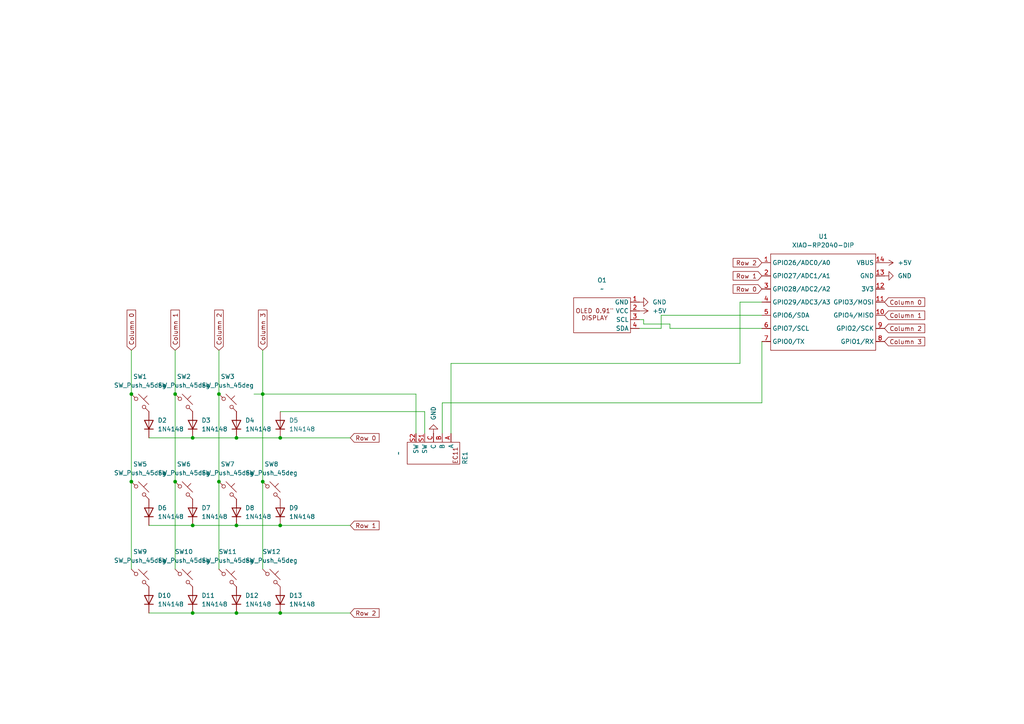
<source format=kicad_sch>
(kicad_sch
	(version 20250114)
	(generator "eeschema")
	(generator_version "9.0")
	(uuid "0511d657-3736-4122-8188-040d7c3ca5e3")
	(paper "A4")
	(lib_symbols
		(symbol "Diode:1N4148"
			(pin_numbers
				(hide yes)
			)
			(pin_names
				(hide yes)
			)
			(exclude_from_sim no)
			(in_bom yes)
			(on_board yes)
			(property "Reference" "D"
				(at 0 2.54 0)
				(effects
					(font
						(size 1.27 1.27)
					)
				)
			)
			(property "Value" "1N4148"
				(at 0 -2.54 0)
				(effects
					(font
						(size 1.27 1.27)
					)
				)
			)
			(property "Footprint" "Diode_THT:D_DO-35_SOD27_P7.62mm_Horizontal"
				(at 0 0 0)
				(effects
					(font
						(size 1.27 1.27)
					)
					(hide yes)
				)
			)
			(property "Datasheet" "https://assets.nexperia.com/documents/data-sheet/1N4148_1N4448.pdf"
				(at 0 0 0)
				(effects
					(font
						(size 1.27 1.27)
					)
					(hide yes)
				)
			)
			(property "Description" "100V 0.15A standard switching diode, DO-35"
				(at 0 0 0)
				(effects
					(font
						(size 1.27 1.27)
					)
					(hide yes)
				)
			)
			(property "Sim.Device" "D"
				(at 0 0 0)
				(effects
					(font
						(size 1.27 1.27)
					)
					(hide yes)
				)
			)
			(property "Sim.Pins" "1=K 2=A"
				(at 0 0 0)
				(effects
					(font
						(size 1.27 1.27)
					)
					(hide yes)
				)
			)
			(property "ki_keywords" "diode"
				(at 0 0 0)
				(effects
					(font
						(size 1.27 1.27)
					)
					(hide yes)
				)
			)
			(property "ki_fp_filters" "D*DO?35*"
				(at 0 0 0)
				(effects
					(font
						(size 1.27 1.27)
					)
					(hide yes)
				)
			)
			(symbol "1N4148_0_1"
				(polyline
					(pts
						(xy -1.27 1.27) (xy -1.27 -1.27)
					)
					(stroke
						(width 0.254)
						(type default)
					)
					(fill
						(type none)
					)
				)
				(polyline
					(pts
						(xy 1.27 1.27) (xy 1.27 -1.27) (xy -1.27 0) (xy 1.27 1.27)
					)
					(stroke
						(width 0.254)
						(type default)
					)
					(fill
						(type none)
					)
				)
				(polyline
					(pts
						(xy 1.27 0) (xy -1.27 0)
					)
					(stroke
						(width 0)
						(type default)
					)
					(fill
						(type none)
					)
				)
			)
			(symbol "1N4148_1_1"
				(pin passive line
					(at -3.81 0 0)
					(length 2.54)
					(name "K"
						(effects
							(font
								(size 1.27 1.27)
							)
						)
					)
					(number "1"
						(effects
							(font
								(size 1.27 1.27)
							)
						)
					)
				)
				(pin passive line
					(at 3.81 0 180)
					(length 2.54)
					(name "A"
						(effects
							(font
								(size 1.27 1.27)
							)
						)
					)
					(number "2"
						(effects
							(font
								(size 1.27 1.27)
							)
						)
					)
				)
			)
			(embedded_fonts no)
		)
		(symbol "NewLib1:EC11_Rotary_Encoder"
			(exclude_from_sim no)
			(in_bom yes)
			(on_board yes)
			(property "Reference" "RE1"
				(at 10.922 7.874 0)
				(effects
					(font
						(size 1.27 1.27)
					)
				)
			)
			(property "Value" "~"
				(at 9.525 -11.43 0)
				(effects
					(font
						(size 1.27 1.27)
					)
				)
			)
			(property "Footprint" "Rotary_Encoder:RotaryEncoder_Alps_EC11E-Switch_Vertical_H20mm"
				(at 0 0 0)
				(effects
					(font
						(size 1.27 1.27)
					)
					(hide yes)
				)
			)
			(property "Datasheet" ""
				(at 0 0 0)
				(effects
					(font
						(size 1.27 1.27)
					)
					(hide yes)
				)
			)
			(property "Description" ""
				(at 0 0 0)
				(effects
					(font
						(size 1.27 1.27)
					)
					(hide yes)
				)
			)
			(symbol "EC11_Rotary_Encoder_0_1"
				(rectangle
					(start 6.35 6.35)
					(end 12.7 -8.89)
					(stroke
						(width 0)
						(type default)
					)
					(fill
						(type none)
					)
				)
			)
			(symbol "EC11_Rotary_Encoder_1_1"
				(text "EC11"
					(at 10.16 5.08 0)
					(effects
						(font
							(size 1.27 1.27)
						)
					)
				)
				(pin passive line
					(at 3.81 3.81 0)
					(length 2.54)
					(name "A"
						(effects
							(font
								(size 1.27 1.27)
							)
						)
					)
					(number "A"
						(effects
							(font
								(size 1.27 1.27)
							)
						)
					)
				)
				(pin passive line
					(at 3.81 1.27 0)
					(length 2.54)
					(name "B"
						(effects
							(font
								(size 1.27 1.27)
							)
						)
					)
					(number "B"
						(effects
							(font
								(size 1.27 1.27)
							)
						)
					)
				)
				(pin passive line
					(at 3.81 -1.27 0)
					(length 2.54)
					(name "C"
						(effects
							(font
								(size 1.27 1.27)
							)
						)
					)
					(number "C"
						(effects
							(font
								(size 1.27 1.27)
							)
						)
					)
				)
				(pin passive line
					(at 3.81 -3.81 0)
					(length 2.54)
					(name "SW"
						(effects
							(font
								(size 1.27 1.27)
							)
						)
					)
					(number "S1"
						(effects
							(font
								(size 1.27 1.27)
							)
						)
					)
				)
				(pin passive line
					(at 3.81 -6.35 0)
					(length 2.54)
					(name "SW"
						(effects
							(font
								(size 1.27 1.27)
							)
						)
					)
					(number "S2"
						(effects
							(font
								(size 1.27 1.27)
							)
						)
					)
				)
			)
			(embedded_fonts no)
		)
		(symbol "NewLib1:OLED_0.91_I2C"
			(exclude_from_sim no)
			(in_bom yes)
			(on_board yes)
			(property "Reference" "O"
				(at 0 0 0)
				(effects
					(font
						(size 1.27 1.27)
					)
				)
			)
			(property "Value" ""
				(at 0 0 0)
				(effects
					(font
						(size 1.27 1.27)
					)
				)
			)
			(property "Footprint" ""
				(at 0 0 0)
				(effects
					(font
						(size 1.27 1.27)
					)
					(hide yes)
				)
			)
			(property "Datasheet" ""
				(at 0 0 0)
				(effects
					(font
						(size 1.27 1.27)
					)
					(hide yes)
				)
			)
			(property "Description" ""
				(at 0 0 0)
				(effects
					(font
						(size 1.27 1.27)
					)
					(hide yes)
				)
			)
			(symbol "OLED_0.91_I2C_0_1"
				(rectangle
					(start -3.81 3.81)
					(end -20.32 -6.35)
					(stroke
						(width 0)
						(type default)
					)
					(fill
						(type none)
					)
				)
			)
			(symbol "OLED_0.91_I2C_1_1"
				(text "OLED 0.91\"\nDISPLAY"
					(at -14.224 -1.016 0)
					(effects
						(font
							(size 1.27 1.27)
						)
					)
				)
				(pin input line
					(at -1.27 2.54 180)
					(length 2.54)
					(name "GND"
						(effects
							(font
								(size 1.27 1.27)
							)
						)
					)
					(number "1"
						(effects
							(font
								(size 1.27 1.27)
							)
						)
					)
				)
				(pin input line
					(at -1.27 0 180)
					(length 2.54)
					(name "VCC"
						(effects
							(font
								(size 1.27 1.27)
							)
						)
					)
					(number "2"
						(effects
							(font
								(size 1.27 1.27)
							)
						)
					)
				)
				(pin input line
					(at -1.27 -2.54 180)
					(length 2.54)
					(name "SCL"
						(effects
							(font
								(size 1.27 1.27)
							)
						)
					)
					(number "3"
						(effects
							(font
								(size 1.27 1.27)
							)
						)
					)
				)
				(pin input line
					(at -1.27 -5.08 180)
					(length 2.54)
					(name "SDA"
						(effects
							(font
								(size 1.27 1.27)
							)
						)
					)
					(number "4"
						(effects
							(font
								(size 1.27 1.27)
							)
						)
					)
				)
			)
			(embedded_fonts no)
		)
		(symbol "Seeed_Studio_XIAO_Series:XIAO-RP2040-DIP"
			(exclude_from_sim no)
			(in_bom yes)
			(on_board yes)
			(property "Reference" "U"
				(at 0 0 0)
				(effects
					(font
						(size 1.27 1.27)
					)
				)
			)
			(property "Value" "XIAO-RP2040-DIP"
				(at 5.334 -1.778 0)
				(effects
					(font
						(size 1.27 1.27)
					)
				)
			)
			(property "Footprint" "Module:MOUDLE14P-XIAO-DIP-SMD"
				(at 14.478 -32.258 0)
				(effects
					(font
						(size 1.27 1.27)
					)
					(hide yes)
				)
			)
			(property "Datasheet" ""
				(at 0 0 0)
				(effects
					(font
						(size 1.27 1.27)
					)
					(hide yes)
				)
			)
			(property "Description" ""
				(at 0 0 0)
				(effects
					(font
						(size 1.27 1.27)
					)
					(hide yes)
				)
			)
			(symbol "XIAO-RP2040-DIP_1_0"
				(polyline
					(pts
						(xy -1.27 -2.54) (xy 29.21 -2.54)
					)
					(stroke
						(width 0.1524)
						(type solid)
					)
					(fill
						(type none)
					)
				)
				(polyline
					(pts
						(xy -1.27 -5.08) (xy -2.54 -5.08)
					)
					(stroke
						(width 0.1524)
						(type solid)
					)
					(fill
						(type none)
					)
				)
				(polyline
					(pts
						(xy -1.27 -5.08) (xy -1.27 -2.54)
					)
					(stroke
						(width 0.1524)
						(type solid)
					)
					(fill
						(type none)
					)
				)
				(polyline
					(pts
						(xy -1.27 -8.89) (xy -2.54 -8.89)
					)
					(stroke
						(width 0.1524)
						(type solid)
					)
					(fill
						(type none)
					)
				)
				(polyline
					(pts
						(xy -1.27 -8.89) (xy -1.27 -5.08)
					)
					(stroke
						(width 0.1524)
						(type solid)
					)
					(fill
						(type none)
					)
				)
				(polyline
					(pts
						(xy -1.27 -12.7) (xy -2.54 -12.7)
					)
					(stroke
						(width 0.1524)
						(type solid)
					)
					(fill
						(type none)
					)
				)
				(polyline
					(pts
						(xy -1.27 -12.7) (xy -1.27 -8.89)
					)
					(stroke
						(width 0.1524)
						(type solid)
					)
					(fill
						(type none)
					)
				)
				(polyline
					(pts
						(xy -1.27 -16.51) (xy -2.54 -16.51)
					)
					(stroke
						(width 0.1524)
						(type solid)
					)
					(fill
						(type none)
					)
				)
				(polyline
					(pts
						(xy -1.27 -16.51) (xy -1.27 -12.7)
					)
					(stroke
						(width 0.1524)
						(type solid)
					)
					(fill
						(type none)
					)
				)
				(polyline
					(pts
						(xy -1.27 -20.32) (xy -2.54 -20.32)
					)
					(stroke
						(width 0.1524)
						(type solid)
					)
					(fill
						(type none)
					)
				)
				(polyline
					(pts
						(xy -1.27 -24.13) (xy -2.54 -24.13)
					)
					(stroke
						(width 0.1524)
						(type solid)
					)
					(fill
						(type none)
					)
				)
				(polyline
					(pts
						(xy -1.27 -27.94) (xy -2.54 -27.94)
					)
					(stroke
						(width 0.1524)
						(type solid)
					)
					(fill
						(type none)
					)
				)
				(polyline
					(pts
						(xy -1.27 -30.48) (xy -1.27 -16.51)
					)
					(stroke
						(width 0.1524)
						(type solid)
					)
					(fill
						(type none)
					)
				)
				(polyline
					(pts
						(xy 29.21 -2.54) (xy 29.21 -5.08)
					)
					(stroke
						(width 0.1524)
						(type solid)
					)
					(fill
						(type none)
					)
				)
				(polyline
					(pts
						(xy 29.21 -5.08) (xy 29.21 -8.89)
					)
					(stroke
						(width 0.1524)
						(type solid)
					)
					(fill
						(type none)
					)
				)
				(polyline
					(pts
						(xy 29.21 -8.89) (xy 29.21 -12.7)
					)
					(stroke
						(width 0.1524)
						(type solid)
					)
					(fill
						(type none)
					)
				)
				(polyline
					(pts
						(xy 29.21 -12.7) (xy 29.21 -30.48)
					)
					(stroke
						(width 0.1524)
						(type solid)
					)
					(fill
						(type none)
					)
				)
				(polyline
					(pts
						(xy 29.21 -30.48) (xy -1.27 -30.48)
					)
					(stroke
						(width 0.1524)
						(type solid)
					)
					(fill
						(type none)
					)
				)
				(polyline
					(pts
						(xy 30.48 -5.08) (xy 29.21 -5.08)
					)
					(stroke
						(width 0.1524)
						(type solid)
					)
					(fill
						(type none)
					)
				)
				(polyline
					(pts
						(xy 30.48 -8.89) (xy 29.21 -8.89)
					)
					(stroke
						(width 0.1524)
						(type solid)
					)
					(fill
						(type none)
					)
				)
				(polyline
					(pts
						(xy 30.48 -12.7) (xy 29.21 -12.7)
					)
					(stroke
						(width 0.1524)
						(type solid)
					)
					(fill
						(type none)
					)
				)
				(polyline
					(pts
						(xy 30.48 -16.51) (xy 29.21 -16.51)
					)
					(stroke
						(width 0.1524)
						(type solid)
					)
					(fill
						(type none)
					)
				)
				(polyline
					(pts
						(xy 30.48 -20.32) (xy 29.21 -20.32)
					)
					(stroke
						(width 0.1524)
						(type solid)
					)
					(fill
						(type none)
					)
				)
				(polyline
					(pts
						(xy 30.48 -24.13) (xy 29.21 -24.13)
					)
					(stroke
						(width 0.1524)
						(type solid)
					)
					(fill
						(type none)
					)
				)
				(polyline
					(pts
						(xy 30.48 -27.94) (xy 29.21 -27.94)
					)
					(stroke
						(width 0.1524)
						(type solid)
					)
					(fill
						(type none)
					)
				)
				(pin passive line
					(at -3.81 -5.08 0)
					(length 2.54)
					(name "GPIO26/ADC0/A0"
						(effects
							(font
								(size 1.27 1.27)
							)
						)
					)
					(number "1"
						(effects
							(font
								(size 1.27 1.27)
							)
						)
					)
				)
				(pin passive line
					(at -3.81 -8.89 0)
					(length 2.54)
					(name "GPIO27/ADC1/A1"
						(effects
							(font
								(size 1.27 1.27)
							)
						)
					)
					(number "2"
						(effects
							(font
								(size 1.27 1.27)
							)
						)
					)
				)
				(pin passive line
					(at -3.81 -12.7 0)
					(length 2.54)
					(name "GPIO28/ADC2/A2"
						(effects
							(font
								(size 1.27 1.27)
							)
						)
					)
					(number "3"
						(effects
							(font
								(size 1.27 1.27)
							)
						)
					)
				)
				(pin passive line
					(at -3.81 -16.51 0)
					(length 2.54)
					(name "GPIO29/ADC3/A3"
						(effects
							(font
								(size 1.27 1.27)
							)
						)
					)
					(number "4"
						(effects
							(font
								(size 1.27 1.27)
							)
						)
					)
				)
				(pin passive line
					(at -3.81 -20.32 0)
					(length 2.54)
					(name "GPIO6/SDA"
						(effects
							(font
								(size 1.27 1.27)
							)
						)
					)
					(number "5"
						(effects
							(font
								(size 1.27 1.27)
							)
						)
					)
				)
				(pin passive line
					(at -3.81 -24.13 0)
					(length 2.54)
					(name "GPIO7/SCL"
						(effects
							(font
								(size 1.27 1.27)
							)
						)
					)
					(number "6"
						(effects
							(font
								(size 1.27 1.27)
							)
						)
					)
				)
				(pin passive line
					(at -3.81 -27.94 0)
					(length 2.54)
					(name "GPIO0/TX"
						(effects
							(font
								(size 1.27 1.27)
							)
						)
					)
					(number "7"
						(effects
							(font
								(size 1.27 1.27)
							)
						)
					)
				)
				(pin passive line
					(at 31.75 -5.08 180)
					(length 2.54)
					(name "VBUS"
						(effects
							(font
								(size 1.27 1.27)
							)
						)
					)
					(number "14"
						(effects
							(font
								(size 1.27 1.27)
							)
						)
					)
				)
				(pin passive line
					(at 31.75 -8.89 180)
					(length 2.54)
					(name "GND"
						(effects
							(font
								(size 1.27 1.27)
							)
						)
					)
					(number "13"
						(effects
							(font
								(size 1.27 1.27)
							)
						)
					)
				)
				(pin passive line
					(at 31.75 -12.7 180)
					(length 2.54)
					(name "3V3"
						(effects
							(font
								(size 1.27 1.27)
							)
						)
					)
					(number "12"
						(effects
							(font
								(size 1.27 1.27)
							)
						)
					)
				)
				(pin passive line
					(at 31.75 -16.51 180)
					(length 2.54)
					(name "GPIO3/MOSI"
						(effects
							(font
								(size 1.27 1.27)
							)
						)
					)
					(number "11"
						(effects
							(font
								(size 1.27 1.27)
							)
						)
					)
				)
				(pin passive line
					(at 31.75 -20.32 180)
					(length 2.54)
					(name "GPIO4/MISO"
						(effects
							(font
								(size 1.27 1.27)
							)
						)
					)
					(number "10"
						(effects
							(font
								(size 1.27 1.27)
							)
						)
					)
				)
				(pin passive line
					(at 31.75 -24.13 180)
					(length 2.54)
					(name "GPIO2/SCK"
						(effects
							(font
								(size 1.27 1.27)
							)
						)
					)
					(number "9"
						(effects
							(font
								(size 1.27 1.27)
							)
						)
					)
				)
				(pin passive line
					(at 31.75 -27.94 180)
					(length 2.54)
					(name "GPIO1/RX"
						(effects
							(font
								(size 1.27 1.27)
							)
						)
					)
					(number "8"
						(effects
							(font
								(size 1.27 1.27)
							)
						)
					)
				)
			)
			(embedded_fonts no)
		)
		(symbol "Switch:SW_Push_45deg"
			(pin_numbers
				(hide yes)
			)
			(pin_names
				(offset 1.016)
				(hide yes)
			)
			(exclude_from_sim no)
			(in_bom yes)
			(on_board yes)
			(property "Reference" "SW"
				(at 3.048 1.016 0)
				(effects
					(font
						(size 1.27 1.27)
					)
					(justify left)
				)
			)
			(property "Value" "SW_Push_45deg"
				(at 0 -3.81 0)
				(effects
					(font
						(size 1.27 1.27)
					)
				)
			)
			(property "Footprint" ""
				(at 0 0 0)
				(effects
					(font
						(size 1.27 1.27)
					)
					(hide yes)
				)
			)
			(property "Datasheet" "~"
				(at 0 0 0)
				(effects
					(font
						(size 1.27 1.27)
					)
					(hide yes)
				)
			)
			(property "Description" "Push button switch, normally open, two pins, 45° tilted"
				(at 0 0 0)
				(effects
					(font
						(size 1.27 1.27)
					)
					(hide yes)
				)
			)
			(property "ki_keywords" "switch normally-open pushbutton push-button"
				(at 0 0 0)
				(effects
					(font
						(size 1.27 1.27)
					)
					(hide yes)
				)
			)
			(symbol "SW_Push_45deg_0_1"
				(polyline
					(pts
						(xy -2.54 2.54) (xy -1.524 1.524) (xy -1.524 1.524)
					)
					(stroke
						(width 0)
						(type default)
					)
					(fill
						(type none)
					)
				)
				(circle
					(center -1.1684 1.1684)
					(radius 0.508)
					(stroke
						(width 0)
						(type default)
					)
					(fill
						(type none)
					)
				)
				(polyline
					(pts
						(xy -0.508 2.54) (xy 2.54 -0.508)
					)
					(stroke
						(width 0)
						(type default)
					)
					(fill
						(type none)
					)
				)
				(polyline
					(pts
						(xy 1.016 1.016) (xy 2.032 2.032)
					)
					(stroke
						(width 0)
						(type default)
					)
					(fill
						(type none)
					)
				)
				(circle
					(center 1.143 -1.1938)
					(radius 0.508)
					(stroke
						(width 0)
						(type default)
					)
					(fill
						(type none)
					)
				)
				(polyline
					(pts
						(xy 1.524 -1.524) (xy 2.54 -2.54) (xy 2.54 -2.54) (xy 2.54 -2.54)
					)
					(stroke
						(width 0)
						(type default)
					)
					(fill
						(type none)
					)
				)
				(pin passive line
					(at -2.54 2.54 0)
					(length 0)
					(name "1"
						(effects
							(font
								(size 1.27 1.27)
							)
						)
					)
					(number "1"
						(effects
							(font
								(size 1.27 1.27)
							)
						)
					)
				)
				(pin passive line
					(at 2.54 -2.54 180)
					(length 0)
					(name "2"
						(effects
							(font
								(size 1.27 1.27)
							)
						)
					)
					(number "2"
						(effects
							(font
								(size 1.27 1.27)
							)
						)
					)
				)
			)
			(embedded_fonts no)
		)
		(symbol "power:+5V"
			(power)
			(pin_numbers
				(hide yes)
			)
			(pin_names
				(offset 0)
				(hide yes)
			)
			(exclude_from_sim no)
			(in_bom yes)
			(on_board yes)
			(property "Reference" "#PWR"
				(at 0 -3.81 0)
				(effects
					(font
						(size 1.27 1.27)
					)
					(hide yes)
				)
			)
			(property "Value" "+5V"
				(at 0 3.556 0)
				(effects
					(font
						(size 1.27 1.27)
					)
				)
			)
			(property "Footprint" ""
				(at 0 0 0)
				(effects
					(font
						(size 1.27 1.27)
					)
					(hide yes)
				)
			)
			(property "Datasheet" ""
				(at 0 0 0)
				(effects
					(font
						(size 1.27 1.27)
					)
					(hide yes)
				)
			)
			(property "Description" "Power symbol creates a global label with name \"+5V\""
				(at 0 0 0)
				(effects
					(font
						(size 1.27 1.27)
					)
					(hide yes)
				)
			)
			(property "ki_keywords" "global power"
				(at 0 0 0)
				(effects
					(font
						(size 1.27 1.27)
					)
					(hide yes)
				)
			)
			(symbol "+5V_0_1"
				(polyline
					(pts
						(xy -0.762 1.27) (xy 0 2.54)
					)
					(stroke
						(width 0)
						(type default)
					)
					(fill
						(type none)
					)
				)
				(polyline
					(pts
						(xy 0 2.54) (xy 0.762 1.27)
					)
					(stroke
						(width 0)
						(type default)
					)
					(fill
						(type none)
					)
				)
				(polyline
					(pts
						(xy 0 0) (xy 0 2.54)
					)
					(stroke
						(width 0)
						(type default)
					)
					(fill
						(type none)
					)
				)
			)
			(symbol "+5V_1_1"
				(pin power_in line
					(at 0 0 90)
					(length 0)
					(name "~"
						(effects
							(font
								(size 1.27 1.27)
							)
						)
					)
					(number "1"
						(effects
							(font
								(size 1.27 1.27)
							)
						)
					)
				)
			)
			(embedded_fonts no)
		)
		(symbol "power:GND"
			(power)
			(pin_numbers
				(hide yes)
			)
			(pin_names
				(offset 0)
				(hide yes)
			)
			(exclude_from_sim no)
			(in_bom yes)
			(on_board yes)
			(property "Reference" "#PWR"
				(at 0 -6.35 0)
				(effects
					(font
						(size 1.27 1.27)
					)
					(hide yes)
				)
			)
			(property "Value" "GND"
				(at 0 -3.81 0)
				(effects
					(font
						(size 1.27 1.27)
					)
				)
			)
			(property "Footprint" ""
				(at 0 0 0)
				(effects
					(font
						(size 1.27 1.27)
					)
					(hide yes)
				)
			)
			(property "Datasheet" ""
				(at 0 0 0)
				(effects
					(font
						(size 1.27 1.27)
					)
					(hide yes)
				)
			)
			(property "Description" "Power symbol creates a global label with name \"GND\" , ground"
				(at 0 0 0)
				(effects
					(font
						(size 1.27 1.27)
					)
					(hide yes)
				)
			)
			(property "ki_keywords" "global power"
				(at 0 0 0)
				(effects
					(font
						(size 1.27 1.27)
					)
					(hide yes)
				)
			)
			(symbol "GND_0_1"
				(polyline
					(pts
						(xy 0 0) (xy 0 -1.27) (xy 1.27 -1.27) (xy 0 -2.54) (xy -1.27 -1.27) (xy 0 -1.27)
					)
					(stroke
						(width 0)
						(type default)
					)
					(fill
						(type none)
					)
				)
			)
			(symbol "GND_1_1"
				(pin power_in line
					(at 0 0 270)
					(length 0)
					(name "~"
						(effects
							(font
								(size 1.27 1.27)
							)
						)
					)
					(number "1"
						(effects
							(font
								(size 1.27 1.27)
							)
						)
					)
				)
			)
			(embedded_fonts no)
		)
	)
	(junction
		(at 63.5 139.7)
		(diameter 0)
		(color 0 0 0 0)
		(uuid "000755df-637c-4be6-8090-192bbf6964f6")
	)
	(junction
		(at 50.8 139.7)
		(diameter 0)
		(color 0 0 0 0)
		(uuid "12f1804d-c35a-45bb-9683-7812f4aa9f51")
	)
	(junction
		(at 63.5 114.3)
		(diameter 0)
		(color 0 0 0 0)
		(uuid "4eb5a6ce-3052-4ee4-9abc-396f8bb38a84")
	)
	(junction
		(at 81.28 152.4)
		(diameter 0)
		(color 0 0 0 0)
		(uuid "672bf678-c308-4595-aa1a-2ef6bf761088")
	)
	(junction
		(at 68.58 127)
		(diameter 0)
		(color 0 0 0 0)
		(uuid "6c58c59f-50a6-45b0-aabf-95e215c143ac")
	)
	(junction
		(at 68.58 177.8)
		(diameter 0)
		(color 0 0 0 0)
		(uuid "6d1f84e0-8e35-4fc5-b66f-28e8296d9f4f")
	)
	(junction
		(at 76.2 114.3)
		(diameter 0)
		(color 0 0 0 0)
		(uuid "7ad18acc-b74b-4164-91a0-a575af313d91")
	)
	(junction
		(at 50.8 114.3)
		(diameter 0)
		(color 0 0 0 0)
		(uuid "7eb88bdf-a8f0-4202-af42-d45edceae803")
	)
	(junction
		(at 76.2 139.7)
		(diameter 0)
		(color 0 0 0 0)
		(uuid "86a82884-25b2-40f6-bfcb-17ecf7745ac9")
	)
	(junction
		(at 38.1 114.3)
		(diameter 0)
		(color 0 0 0 0)
		(uuid "878a718a-b0c6-4644-b639-0093953b6502")
	)
	(junction
		(at 55.88 177.8)
		(diameter 0)
		(color 0 0 0 0)
		(uuid "a3b435ce-70ec-4e97-84bf-84b3deecf2fd")
	)
	(junction
		(at 68.58 152.4)
		(diameter 0)
		(color 0 0 0 0)
		(uuid "a4f383a0-4b1d-4ebf-b52e-7f52227221b9")
	)
	(junction
		(at 81.28 177.8)
		(diameter 0)
		(color 0 0 0 0)
		(uuid "be37cedb-de67-4929-9050-e575291060ee")
	)
	(junction
		(at 38.1 139.7)
		(diameter 0)
		(color 0 0 0 0)
		(uuid "db808538-d3cc-4dae-a3a6-7424b5169650")
	)
	(junction
		(at 81.28 127)
		(diameter 0)
		(color 0 0 0 0)
		(uuid "dbabe178-0292-4be4-8b44-4a49ea11590f")
	)
	(junction
		(at 55.88 127)
		(diameter 0)
		(color 0 0 0 0)
		(uuid "f101119d-4cd0-40ff-886d-cfae7d45b668")
	)
	(junction
		(at 55.88 152.4)
		(diameter 0)
		(color 0 0 0 0)
		(uuid "fd5522c1-5ee0-4efb-93f7-7dd98a84e0ec")
	)
	(wire
		(pts
			(xy 38.1 101.6) (xy 38.1 114.3)
		)
		(stroke
			(width 0)
			(type default)
		)
		(uuid "01772d97-d472-4691-a27a-0728017fe779")
	)
	(wire
		(pts
			(xy 43.18 152.4) (xy 55.88 152.4)
		)
		(stroke
			(width 0)
			(type default)
		)
		(uuid "0df23c21-2996-4eb3-9dd5-5ea5b7049bcf")
	)
	(wire
		(pts
			(xy 43.18 127) (xy 55.88 127)
		)
		(stroke
			(width 0)
			(type default)
		)
		(uuid "14677ecf-3560-4f4a-9f5d-f39d6decd795")
	)
	(wire
		(pts
			(xy 191.77 95.25) (xy 185.42 95.25)
		)
		(stroke
			(width 0)
			(type default)
		)
		(uuid "15641ebc-1abb-41a1-8fcf-2e3d3253370e")
	)
	(wire
		(pts
			(xy 38.1 139.7) (xy 38.1 165.1)
		)
		(stroke
			(width 0)
			(type default)
		)
		(uuid "18e4b4fe-f259-4483-9c31-2675c8ac9abf")
	)
	(wire
		(pts
			(xy 68.58 152.4) (xy 81.28 152.4)
		)
		(stroke
			(width 0)
			(type default)
		)
		(uuid "1cd88f9d-adc9-4e70-83ca-a1637e5e7607")
	)
	(wire
		(pts
			(xy 76.2 114.3) (xy 120.65 114.3)
		)
		(stroke
			(width 0)
			(type default)
		)
		(uuid "1eae79b3-71b4-45ee-a79b-787926572965")
	)
	(wire
		(pts
			(xy 194.31 93.98) (xy 186.69 93.98)
		)
		(stroke
			(width 0)
			(type default)
		)
		(uuid "208e86e5-5aa6-4261-98cd-aebd97ed73ad")
	)
	(wire
		(pts
			(xy 220.98 91.44) (xy 191.77 91.44)
		)
		(stroke
			(width 0)
			(type default)
		)
		(uuid "20bc3d47-ef0d-48d4-9b0b-9954e6710272")
	)
	(wire
		(pts
			(xy 81.28 127) (xy 101.6 127)
		)
		(stroke
			(width 0)
			(type default)
		)
		(uuid "2338a273-6e2d-40a6-80f1-557db966f4c0")
	)
	(wire
		(pts
			(xy 43.18 177.8) (xy 55.88 177.8)
		)
		(stroke
			(width 0)
			(type default)
		)
		(uuid "24be4049-fd68-4a38-a5c7-a263f64fe7e5")
	)
	(wire
		(pts
			(xy 128.27 116.84) (xy 220.98 116.84)
		)
		(stroke
			(width 0)
			(type default)
		)
		(uuid "25f03d97-386b-41ca-9e5b-fd4fa2af77d0")
	)
	(wire
		(pts
			(xy 194.31 95.25) (xy 194.31 93.98)
		)
		(stroke
			(width 0)
			(type default)
		)
		(uuid "26387e19-a280-497a-9630-cd8f4bb81839")
	)
	(wire
		(pts
			(xy 73.66 114.3) (xy 76.2 114.3)
		)
		(stroke
			(width 0)
			(type default)
		)
		(uuid "2d2c1dc3-415e-4b1b-ba46-79b00e4696a3")
	)
	(wire
		(pts
			(xy 50.8 139.7) (xy 50.8 165.1)
		)
		(stroke
			(width 0)
			(type default)
		)
		(uuid "2debad0c-67e2-41ac-830c-428c3df86b1b")
	)
	(wire
		(pts
			(xy 81.28 119.38) (xy 123.19 119.38)
		)
		(stroke
			(width 0)
			(type default)
		)
		(uuid "2f0f56ae-0126-4bff-8154-eded1b9c9e7e")
	)
	(wire
		(pts
			(xy 76.2 101.6) (xy 76.2 114.3)
		)
		(stroke
			(width 0)
			(type default)
		)
		(uuid "324a323b-7596-4556-a57d-07c0bcbf2aea")
	)
	(wire
		(pts
			(xy 38.1 114.3) (xy 38.1 139.7)
		)
		(stroke
			(width 0)
			(type default)
		)
		(uuid "359bbbe7-7d32-430f-aacd-4551a30d4c49")
	)
	(wire
		(pts
			(xy 63.5 114.3) (xy 63.5 139.7)
		)
		(stroke
			(width 0)
			(type default)
		)
		(uuid "4aa24517-157d-4b3d-9ace-2b1fdeee5105")
	)
	(wire
		(pts
			(xy 76.2 139.7) (xy 76.2 165.1)
		)
		(stroke
			(width 0)
			(type default)
		)
		(uuid "4b2c118e-27f2-4526-97cc-ce786f7f84be")
	)
	(wire
		(pts
			(xy 120.65 114.3) (xy 120.65 125.73)
		)
		(stroke
			(width 0)
			(type default)
		)
		(uuid "54ddbf73-05b8-4070-bd93-6005c5a7c41b")
	)
	(wire
		(pts
			(xy 130.81 105.41) (xy 130.81 125.73)
		)
		(stroke
			(width 0)
			(type default)
		)
		(uuid "5985d3a5-ac15-4187-bf12-2fa82a1f5618")
	)
	(wire
		(pts
			(xy 50.8 101.6) (xy 50.8 114.3)
		)
		(stroke
			(width 0)
			(type default)
		)
		(uuid "5c448a49-ec2e-4924-b283-a2f8335da30e")
	)
	(wire
		(pts
			(xy 55.88 127) (xy 68.58 127)
		)
		(stroke
			(width 0)
			(type default)
		)
		(uuid "641feda6-fd9f-4f36-864b-9ce97e01fabd")
	)
	(wire
		(pts
			(xy 220.98 95.25) (xy 194.31 95.25)
		)
		(stroke
			(width 0)
			(type default)
		)
		(uuid "669b63c0-f298-4876-b634-29ce97566981")
	)
	(wire
		(pts
			(xy 81.28 152.4) (xy 101.6 152.4)
		)
		(stroke
			(width 0)
			(type default)
		)
		(uuid "6adb41ac-6fc9-41b0-8073-02c56eb011c9")
	)
	(wire
		(pts
			(xy 130.81 105.41) (xy 214.63 105.41)
		)
		(stroke
			(width 0)
			(type default)
		)
		(uuid "6e6c64e0-3196-46a4-8eff-5e650212dd86")
	)
	(wire
		(pts
			(xy 55.88 177.8) (xy 68.58 177.8)
		)
		(stroke
			(width 0)
			(type default)
		)
		(uuid "74c49809-7a0e-436a-840f-dbc2d81a009d")
	)
	(wire
		(pts
			(xy 123.19 119.38) (xy 123.19 125.73)
		)
		(stroke
			(width 0)
			(type default)
		)
		(uuid "8664ef60-cb41-496c-8478-3ce1dd3f6bc6")
	)
	(wire
		(pts
			(xy 50.8 114.3) (xy 50.8 139.7)
		)
		(stroke
			(width 0)
			(type default)
		)
		(uuid "9660211f-0202-4ea7-a165-1363a933290a")
	)
	(wire
		(pts
			(xy 76.2 114.3) (xy 76.2 139.7)
		)
		(stroke
			(width 0)
			(type default)
		)
		(uuid "967b2f77-deb0-4b99-b595-3c33fc4e7f24")
	)
	(wire
		(pts
			(xy 128.27 116.84) (xy 128.27 125.73)
		)
		(stroke
			(width 0)
			(type default)
		)
		(uuid "a10f71a6-d753-467b-bb81-07f9d400ae12")
	)
	(wire
		(pts
			(xy 68.58 177.8) (xy 81.28 177.8)
		)
		(stroke
			(width 0)
			(type default)
		)
		(uuid "a57ce85c-9172-4e0d-b4a6-cab4bdfde58a")
	)
	(wire
		(pts
			(xy 186.69 93.98) (xy 186.69 92.71)
		)
		(stroke
			(width 0)
			(type default)
		)
		(uuid "b6fcbde8-9174-4245-892c-a9248bfcf319")
	)
	(wire
		(pts
			(xy 81.28 177.8) (xy 101.6 177.8)
		)
		(stroke
			(width 0)
			(type default)
		)
		(uuid "bed0206c-79d3-46ce-957a-c7be5f1d3c70")
	)
	(wire
		(pts
			(xy 191.77 91.44) (xy 191.77 95.25)
		)
		(stroke
			(width 0)
			(type default)
		)
		(uuid "d9779d24-2ff4-4f11-9d4b-4774921987ab")
	)
	(wire
		(pts
			(xy 55.88 152.4) (xy 68.58 152.4)
		)
		(stroke
			(width 0)
			(type default)
		)
		(uuid "dfef50ea-ae06-4ae6-a81f-1fdde8878118")
	)
	(wire
		(pts
			(xy 220.98 116.84) (xy 220.98 99.06)
		)
		(stroke
			(width 0)
			(type default)
		)
		(uuid "e2a6878a-06a8-4cd2-97ba-d3c833afcd99")
	)
	(wire
		(pts
			(xy 63.5 139.7) (xy 63.5 165.1)
		)
		(stroke
			(width 0)
			(type default)
		)
		(uuid "e3ad4f29-da37-45dc-b3a5-77d463b1f982")
	)
	(wire
		(pts
			(xy 68.58 127) (xy 81.28 127)
		)
		(stroke
			(width 0)
			(type default)
		)
		(uuid "e7bedde6-a256-4b7a-b5e2-9527dae4ecb2")
	)
	(wire
		(pts
			(xy 214.63 87.63) (xy 220.98 87.63)
		)
		(stroke
			(width 0)
			(type default)
		)
		(uuid "f09bae44-2af3-4a3c-a810-0d25c70e6143")
	)
	(wire
		(pts
			(xy 186.69 92.71) (xy 185.42 92.71)
		)
		(stroke
			(width 0)
			(type default)
		)
		(uuid "f22bfa49-2f70-4a67-9255-52f4973105a2")
	)
	(wire
		(pts
			(xy 214.63 105.41) (xy 214.63 87.63)
		)
		(stroke
			(width 0)
			(type default)
		)
		(uuid "f59dd08f-d02d-49eb-83f9-afc4ec8cd2a4")
	)
	(wire
		(pts
			(xy 63.5 101.6) (xy 63.5 114.3)
		)
		(stroke
			(width 0)
			(type default)
		)
		(uuid "f94ad796-b23d-4453-bf17-ec9637b687be")
	)
	(global_label "Column 2"
		(shape input)
		(at 63.5 101.6 90)
		(fields_autoplaced yes)
		(effects
			(font
				(size 1.27 1.27)
			)
			(justify left)
		)
		(uuid "042c1504-ab48-4a1f-8eca-67ba3c8a1578")
		(property "Intersheetrefs" "${INTERSHEET_REFS}"
			(at 63.5 89.3622 90)
			(effects
				(font
					(size 1.27 1.27)
				)
				(justify left)
				(hide yes)
			)
		)
	)
	(global_label "Column 1"
		(shape input)
		(at 50.8 101.6 90)
		(fields_autoplaced yes)
		(effects
			(font
				(size 1.27 1.27)
			)
			(justify left)
		)
		(uuid "335af661-5eca-4b07-9046-acad659c539d")
		(property "Intersheetrefs" "${INTERSHEET_REFS}"
			(at 50.8 89.3622 90)
			(effects
				(font
					(size 1.27 1.27)
				)
				(justify left)
				(hide yes)
			)
		)
	)
	(global_label "Row 0"
		(shape input)
		(at 220.98 83.82 180)
		(fields_autoplaced yes)
		(effects
			(font
				(size 1.27 1.27)
			)
			(justify right)
		)
		(uuid "34014581-60f9-462c-91ca-b28e9aaa1c94")
		(property "Intersheetrefs" "${INTERSHEET_REFS}"
			(at 212.0682 83.82 0)
			(effects
				(font
					(size 1.27 1.27)
				)
				(justify right)
				(hide yes)
			)
		)
	)
	(global_label "Column 1"
		(shape input)
		(at 256.54 91.44 0)
		(fields_autoplaced yes)
		(effects
			(font
				(size 1.27 1.27)
			)
			(justify left)
		)
		(uuid "549fc65b-80ee-44e0-9a18-973099a8d9a0")
		(property "Intersheetrefs" "${INTERSHEET_REFS}"
			(at 268.7778 91.44 0)
			(effects
				(font
					(size 1.27 1.27)
				)
				(justify left)
				(hide yes)
			)
		)
	)
	(global_label "Column 2"
		(shape input)
		(at 256.54 95.25 0)
		(fields_autoplaced yes)
		(effects
			(font
				(size 1.27 1.27)
			)
			(justify left)
		)
		(uuid "58fe587c-6cea-4405-9344-e9d62206df49")
		(property "Intersheetrefs" "${INTERSHEET_REFS}"
			(at 268.7778 95.25 0)
			(effects
				(font
					(size 1.27 1.27)
				)
				(justify left)
				(hide yes)
			)
		)
	)
	(global_label "Row 0"
		(shape input)
		(at 101.6 127 0)
		(fields_autoplaced yes)
		(effects
			(font
				(size 1.27 1.27)
			)
			(justify left)
		)
		(uuid "5f343d2e-56f6-4dde-81a0-73f6cdd603cb")
		(property "Intersheetrefs" "${INTERSHEET_REFS}"
			(at 110.5118 127 0)
			(effects
				(font
					(size 1.27 1.27)
				)
				(justify left)
				(hide yes)
			)
		)
	)
	(global_label "Row 1"
		(shape input)
		(at 220.98 80.01 180)
		(fields_autoplaced yes)
		(effects
			(font
				(size 1.27 1.27)
			)
			(justify right)
		)
		(uuid "60dd266a-ad05-4804-94c2-8f80e5cb6802")
		(property "Intersheetrefs" "${INTERSHEET_REFS}"
			(at 212.0682 80.01 0)
			(effects
				(font
					(size 1.27 1.27)
				)
				(justify right)
				(hide yes)
			)
		)
	)
	(global_label "Row 1"
		(shape input)
		(at 101.6 152.4 0)
		(fields_autoplaced yes)
		(effects
			(font
				(size 1.27 1.27)
			)
			(justify left)
		)
		(uuid "6bed1293-0faf-4746-b57b-3d3728d168fb")
		(property "Intersheetrefs" "${INTERSHEET_REFS}"
			(at 110.5118 152.4 0)
			(effects
				(font
					(size 1.27 1.27)
				)
				(justify left)
				(hide yes)
			)
		)
	)
	(global_label "Column 3"
		(shape input)
		(at 256.54 99.06 0)
		(fields_autoplaced yes)
		(effects
			(font
				(size 1.27 1.27)
			)
			(justify left)
		)
		(uuid "74a0f045-3b0b-4a2f-a2a8-08c1dd0fc5be")
		(property "Intersheetrefs" "${INTERSHEET_REFS}"
			(at 268.7778 99.06 0)
			(effects
				(font
					(size 1.27 1.27)
				)
				(justify left)
				(hide yes)
			)
		)
	)
	(global_label "Column 0"
		(shape input)
		(at 256.54 87.63 0)
		(fields_autoplaced yes)
		(effects
			(font
				(size 1.27 1.27)
			)
			(justify left)
		)
		(uuid "a58dc738-d9f1-437b-9826-c019970205e9")
		(property "Intersheetrefs" "${INTERSHEET_REFS}"
			(at 268.7778 87.63 0)
			(effects
				(font
					(size 1.27 1.27)
				)
				(justify left)
				(hide yes)
			)
		)
	)
	(global_label "Column 3"
		(shape input)
		(at 76.2 101.6 90)
		(fields_autoplaced yes)
		(effects
			(font
				(size 1.27 1.27)
			)
			(justify left)
		)
		(uuid "b4fa5bd0-4fc1-4b4a-a9ed-358685b1b877")
		(property "Intersheetrefs" "${INTERSHEET_REFS}"
			(at 76.2 89.3622 90)
			(effects
				(font
					(size 1.27 1.27)
				)
				(justify left)
				(hide yes)
			)
		)
	)
	(global_label "Column 0"
		(shape input)
		(at 38.1 101.6 90)
		(fields_autoplaced yes)
		(effects
			(font
				(size 1.27 1.27)
			)
			(justify left)
		)
		(uuid "bc80b8e8-d2fa-49c2-b524-97c791b0e233")
		(property "Intersheetrefs" "${INTERSHEET_REFS}"
			(at 38.1 89.3622 90)
			(effects
				(font
					(size 1.27 1.27)
				)
				(justify left)
				(hide yes)
			)
		)
	)
	(global_label "Row 2"
		(shape input)
		(at 101.6 177.8 0)
		(fields_autoplaced yes)
		(effects
			(font
				(size 1.27 1.27)
			)
			(justify left)
		)
		(uuid "cba63c62-a7c2-4544-85cc-424790640599")
		(property "Intersheetrefs" "${INTERSHEET_REFS}"
			(at 110.5118 177.8 0)
			(effects
				(font
					(size 1.27 1.27)
				)
				(justify left)
				(hide yes)
			)
		)
	)
	(global_label "Row 2"
		(shape input)
		(at 220.98 76.2 180)
		(fields_autoplaced yes)
		(effects
			(font
				(size 1.27 1.27)
			)
			(justify right)
		)
		(uuid "d7c5eda1-a792-402b-a872-3abe65b42d99")
		(property "Intersheetrefs" "${INTERSHEET_REFS}"
			(at 212.0682 76.2 0)
			(effects
				(font
					(size 1.27 1.27)
				)
				(justify right)
				(hide yes)
			)
		)
	)
	(symbol
		(lib_id "Switch:SW_Push_45deg")
		(at 53.34 116.84 0)
		(unit 1)
		(exclude_from_sim no)
		(in_bom yes)
		(on_board yes)
		(dnp no)
		(fields_autoplaced yes)
		(uuid "052eca4d-ee6b-4d4a-9f39-cb689cef6dc4")
		(property "Reference" "SW2"
			(at 53.34 109.22 0)
			(effects
				(font
					(size 1.27 1.27)
				)
			)
		)
		(property "Value" "SW_Push_45deg"
			(at 53.34 111.76 0)
			(effects
				(font
					(size 1.27 1.27)
				)
			)
		)
		(property "Footprint" "Button_Switch_Keyboard:SW_Cherry_MX_1.00u_PCB"
			(at 53.34 116.84 0)
			(effects
				(font
					(size 1.27 1.27)
				)
				(hide yes)
			)
		)
		(property "Datasheet" "~"
			(at 53.34 116.84 0)
			(effects
				(font
					(size 1.27 1.27)
				)
				(hide yes)
			)
		)
		(property "Description" "Push button switch, normally open, two pins, 45° tilted"
			(at 53.34 116.84 0)
			(effects
				(font
					(size 1.27 1.27)
				)
				(hide yes)
			)
		)
		(pin "1"
			(uuid "b5dc86ae-a17d-4661-b981-1a7e875d97d5")
		)
		(pin "2"
			(uuid "326a268d-4ca8-47aa-b734-d3fcd9190b5f")
		)
		(instances
			(project "Noah's Macropad"
				(path "/0511d657-3736-4122-8188-040d7c3ca5e3"
					(reference "SW2")
					(unit 1)
				)
			)
		)
	)
	(symbol
		(lib_id "power:+5V")
		(at 256.54 76.2 270)
		(unit 1)
		(exclude_from_sim no)
		(in_bom yes)
		(on_board yes)
		(dnp no)
		(fields_autoplaced yes)
		(uuid "07bab9a7-f2a6-484a-8331-84ae0f2e3df5")
		(property "Reference" "#PWR02"
			(at 252.73 76.2 0)
			(effects
				(font
					(size 1.27 1.27)
				)
				(hide yes)
			)
		)
		(property "Value" "+5V"
			(at 260.35 76.1999 90)
			(effects
				(font
					(size 1.27 1.27)
				)
				(justify left)
			)
		)
		(property "Footprint" ""
			(at 256.54 76.2 0)
			(effects
				(font
					(size 1.27 1.27)
				)
				(hide yes)
			)
		)
		(property "Datasheet" ""
			(at 256.54 76.2 0)
			(effects
				(font
					(size 1.27 1.27)
				)
				(hide yes)
			)
		)
		(property "Description" "Power symbol creates a global label with name \"+5V\""
			(at 256.54 76.2 0)
			(effects
				(font
					(size 1.27 1.27)
				)
				(hide yes)
			)
		)
		(pin "1"
			(uuid "e5fdf683-5ac5-4489-8b6b-53b161fb855f")
		)
		(instances
			(project ""
				(path "/0511d657-3736-4122-8188-040d7c3ca5e3"
					(reference "#PWR02")
					(unit 1)
				)
			)
		)
	)
	(symbol
		(lib_id "Switch:SW_Push_45deg")
		(at 40.64 116.84 0)
		(unit 1)
		(exclude_from_sim no)
		(in_bom yes)
		(on_board yes)
		(dnp no)
		(fields_autoplaced yes)
		(uuid "0a1b23df-3f82-485b-9b8b-fcad01cfab11")
		(property "Reference" "SW1"
			(at 40.64 109.22 0)
			(effects
				(font
					(size 1.27 1.27)
				)
			)
		)
		(property "Value" "SW_Push_45deg"
			(at 40.64 111.76 0)
			(effects
				(font
					(size 1.27 1.27)
				)
			)
		)
		(property "Footprint" "Button_Switch_Keyboard:SW_Cherry_MX_1.00u_PCB"
			(at 40.64 116.84 0)
			(effects
				(font
					(size 1.27 1.27)
				)
				(hide yes)
			)
		)
		(property "Datasheet" "~"
			(at 40.64 116.84 0)
			(effects
				(font
					(size 1.27 1.27)
				)
				(hide yes)
			)
		)
		(property "Description" "Push button switch, normally open, two pins, 45° tilted"
			(at 40.64 116.84 0)
			(effects
				(font
					(size 1.27 1.27)
				)
				(hide yes)
			)
		)
		(pin "1"
			(uuid "f5106d2b-a50c-4420-8496-be9e7baba03c")
		)
		(pin "2"
			(uuid "77867eb0-1866-4766-b06c-2bf597663e7e")
		)
		(instances
			(project "Noah's Macropad"
				(path "/0511d657-3736-4122-8188-040d7c3ca5e3"
					(reference "SW1")
					(unit 1)
				)
			)
		)
	)
	(symbol
		(lib_id "power:GND")
		(at 256.54 80.01 90)
		(unit 1)
		(exclude_from_sim no)
		(in_bom yes)
		(on_board yes)
		(dnp no)
		(fields_autoplaced yes)
		(uuid "0ccff086-0f17-4caa-8b69-90ed4edd65a2")
		(property "Reference" "#PWR04"
			(at 262.89 80.01 0)
			(effects
				(font
					(size 1.27 1.27)
				)
				(hide yes)
			)
		)
		(property "Value" "GND"
			(at 260.35 80.0099 90)
			(effects
				(font
					(size 1.27 1.27)
				)
				(justify right)
			)
		)
		(property "Footprint" ""
			(at 256.54 80.01 0)
			(effects
				(font
					(size 1.27 1.27)
				)
				(hide yes)
			)
		)
		(property "Datasheet" ""
			(at 256.54 80.01 0)
			(effects
				(font
					(size 1.27 1.27)
				)
				(hide yes)
			)
		)
		(property "Description" "Power symbol creates a global label with name \"GND\" , ground"
			(at 256.54 80.01 0)
			(effects
				(font
					(size 1.27 1.27)
				)
				(hide yes)
			)
		)
		(pin "1"
			(uuid "8a5c659c-1fc6-480c-b5f0-dba0a11ee25d")
		)
		(instances
			(project ""
				(path "/0511d657-3736-4122-8188-040d7c3ca5e3"
					(reference "#PWR04")
					(unit 1)
				)
			)
		)
	)
	(symbol
		(lib_id "Diode:1N4148")
		(at 68.58 148.59 90)
		(unit 1)
		(exclude_from_sim no)
		(in_bom yes)
		(on_board yes)
		(dnp no)
		(fields_autoplaced yes)
		(uuid "0de21e17-eeee-409e-b292-7acd127f7464")
		(property "Reference" "D8"
			(at 71.12 147.3199 90)
			(effects
				(font
					(size 1.27 1.27)
				)
				(justify right)
			)
		)
		(property "Value" "1N4148"
			(at 71.12 149.8599 90)
			(effects
				(font
					(size 1.27 1.27)
				)
				(justify right)
			)
		)
		(property "Footprint" "Diode_THT:D_DO-35_SOD27_P7.62mm_Horizontal"
			(at 68.58 148.59 0)
			(effects
				(font
					(size 1.27 1.27)
				)
				(hide yes)
			)
		)
		(property "Datasheet" "https://assets.nexperia.com/documents/data-sheet/1N4148_1N4448.pdf"
			(at 68.58 148.59 0)
			(effects
				(font
					(size 1.27 1.27)
				)
				(hide yes)
			)
		)
		(property "Description" "100V 0.15A standard switching diode, DO-35"
			(at 68.58 148.59 0)
			(effects
				(font
					(size 1.27 1.27)
				)
				(hide yes)
			)
		)
		(property "Sim.Device" "D"
			(at 68.58 148.59 0)
			(effects
				(font
					(size 1.27 1.27)
				)
				(hide yes)
			)
		)
		(property "Sim.Pins" "1=K 2=A"
			(at 68.58 148.59 0)
			(effects
				(font
					(size 1.27 1.27)
				)
				(hide yes)
			)
		)
		(pin "1"
			(uuid "ede5372d-0276-45bd-91db-f23e77990bdc")
		)
		(pin "2"
			(uuid "b27397cc-2c09-4ff5-9677-86b5f0c19107")
		)
		(instances
			(project "Noah's Macropad"
				(path "/0511d657-3736-4122-8188-040d7c3ca5e3"
					(reference "D8")
					(unit 1)
				)
			)
		)
	)
	(symbol
		(lib_id "Diode:1N4148")
		(at 68.58 123.19 90)
		(unit 1)
		(exclude_from_sim no)
		(in_bom yes)
		(on_board yes)
		(dnp no)
		(fields_autoplaced yes)
		(uuid "1131c4ae-bada-421a-8b74-57668785b7d2")
		(property "Reference" "D4"
			(at 71.12 121.9199 90)
			(effects
				(font
					(size 1.27 1.27)
				)
				(justify right)
			)
		)
		(property "Value" "1N4148"
			(at 71.12 124.4599 90)
			(effects
				(font
					(size 1.27 1.27)
				)
				(justify right)
			)
		)
		(property "Footprint" "Diode_THT:D_DO-35_SOD27_P7.62mm_Horizontal"
			(at 68.58 123.19 0)
			(effects
				(font
					(size 1.27 1.27)
				)
				(hide yes)
			)
		)
		(property "Datasheet" "https://assets.nexperia.com/documents/data-sheet/1N4148_1N4448.pdf"
			(at 68.58 123.19 0)
			(effects
				(font
					(size 1.27 1.27)
				)
				(hide yes)
			)
		)
		(property "Description" "100V 0.15A standard switching diode, DO-35"
			(at 68.58 123.19 0)
			(effects
				(font
					(size 1.27 1.27)
				)
				(hide yes)
			)
		)
		(property "Sim.Device" "D"
			(at 68.58 123.19 0)
			(effects
				(font
					(size 1.27 1.27)
				)
				(hide yes)
			)
		)
		(property "Sim.Pins" "1=K 2=A"
			(at 68.58 123.19 0)
			(effects
				(font
					(size 1.27 1.27)
				)
				(hide yes)
			)
		)
		(pin "1"
			(uuid "f9690351-3fc6-4301-b39e-e7099622369b")
		)
		(pin "2"
			(uuid "6cb62d8b-b0d5-4805-bf33-92875bfeeccc")
		)
		(instances
			(project "Noah's Macropad"
				(path "/0511d657-3736-4122-8188-040d7c3ca5e3"
					(reference "D4")
					(unit 1)
				)
			)
		)
	)
	(symbol
		(lib_id "power:+5V")
		(at 185.42 90.17 270)
		(unit 1)
		(exclude_from_sim no)
		(in_bom yes)
		(on_board yes)
		(dnp no)
		(fields_autoplaced yes)
		(uuid "1909b43b-f404-42e2-a24d-338c96095b39")
		(property "Reference" "#PWR09"
			(at 181.61 90.17 0)
			(effects
				(font
					(size 1.27 1.27)
				)
				(hide yes)
			)
		)
		(property "Value" "+5V"
			(at 189.23 90.1699 90)
			(effects
				(font
					(size 1.27 1.27)
				)
				(justify left)
			)
		)
		(property "Footprint" ""
			(at 185.42 90.17 0)
			(effects
				(font
					(size 1.27 1.27)
				)
				(hide yes)
			)
		)
		(property "Datasheet" ""
			(at 185.42 90.17 0)
			(effects
				(font
					(size 1.27 1.27)
				)
				(hide yes)
			)
		)
		(property "Description" "Power symbol creates a global label with name \"+5V\""
			(at 185.42 90.17 0)
			(effects
				(font
					(size 1.27 1.27)
				)
				(hide yes)
			)
		)
		(pin "1"
			(uuid "72910a9e-1a88-4341-a458-bf80dee696f1")
		)
		(instances
			(project "Noah's Macropad"
				(path "/0511d657-3736-4122-8188-040d7c3ca5e3"
					(reference "#PWR09")
					(unit 1)
				)
			)
		)
	)
	(symbol
		(lib_id "Diode:1N4148")
		(at 55.88 148.59 90)
		(unit 1)
		(exclude_from_sim no)
		(in_bom yes)
		(on_board yes)
		(dnp no)
		(fields_autoplaced yes)
		(uuid "1b0516f9-d88d-41ea-a867-2f7fb18f4ea9")
		(property "Reference" "D7"
			(at 58.42 147.3199 90)
			(effects
				(font
					(size 1.27 1.27)
				)
				(justify right)
			)
		)
		(property "Value" "1N4148"
			(at 58.42 149.8599 90)
			(effects
				(font
					(size 1.27 1.27)
				)
				(justify right)
			)
		)
		(property "Footprint" "Diode_THT:D_DO-35_SOD27_P7.62mm_Horizontal"
			(at 55.88 148.59 0)
			(effects
				(font
					(size 1.27 1.27)
				)
				(hide yes)
			)
		)
		(property "Datasheet" "https://assets.nexperia.com/documents/data-sheet/1N4148_1N4448.pdf"
			(at 55.88 148.59 0)
			(effects
				(font
					(size 1.27 1.27)
				)
				(hide yes)
			)
		)
		(property "Description" "100V 0.15A standard switching diode, DO-35"
			(at 55.88 148.59 0)
			(effects
				(font
					(size 1.27 1.27)
				)
				(hide yes)
			)
		)
		(property "Sim.Device" "D"
			(at 55.88 148.59 0)
			(effects
				(font
					(size 1.27 1.27)
				)
				(hide yes)
			)
		)
		(property "Sim.Pins" "1=K 2=A"
			(at 55.88 148.59 0)
			(effects
				(font
					(size 1.27 1.27)
				)
				(hide yes)
			)
		)
		(pin "1"
			(uuid "a086f66c-4c8a-47f4-8c2f-9533db7c95db")
		)
		(pin "2"
			(uuid "12dcd35a-0df4-44fc-8859-35110d7afc6f")
		)
		(instances
			(project "Noah's Macropad"
				(path "/0511d657-3736-4122-8188-040d7c3ca5e3"
					(reference "D7")
					(unit 1)
				)
			)
		)
	)
	(symbol
		(lib_id "Switch:SW_Push_45deg")
		(at 66.04 167.64 0)
		(unit 1)
		(exclude_from_sim no)
		(in_bom yes)
		(on_board yes)
		(dnp no)
		(fields_autoplaced yes)
		(uuid "1dc4357d-abf4-4590-a628-9c2c12bcfcd1")
		(property "Reference" "SW11"
			(at 66.04 160.02 0)
			(effects
				(font
					(size 1.27 1.27)
				)
			)
		)
		(property "Value" "SW_Push_45deg"
			(at 66.04 162.56 0)
			(effects
				(font
					(size 1.27 1.27)
				)
			)
		)
		(property "Footprint" "Button_Switch_Keyboard:SW_Cherry_MX_1.00u_PCB"
			(at 66.04 167.64 0)
			(effects
				(font
					(size 1.27 1.27)
				)
				(hide yes)
			)
		)
		(property "Datasheet" "~"
			(at 66.04 167.64 0)
			(effects
				(font
					(size 1.27 1.27)
				)
				(hide yes)
			)
		)
		(property "Description" "Push button switch, normally open, two pins, 45° tilted"
			(at 66.04 167.64 0)
			(effects
				(font
					(size 1.27 1.27)
				)
				(hide yes)
			)
		)
		(pin "1"
			(uuid "cc98ff14-695c-4955-9595-b2294e034997")
		)
		(pin "2"
			(uuid "ad992f73-d394-4e00-b46e-94c90c3b0775")
		)
		(instances
			(project "Noah's Macropad"
				(path "/0511d657-3736-4122-8188-040d7c3ca5e3"
					(reference "SW11")
					(unit 1)
				)
			)
		)
	)
	(symbol
		(lib_id "Diode:1N4148")
		(at 81.28 173.99 90)
		(unit 1)
		(exclude_from_sim no)
		(in_bom yes)
		(on_board yes)
		(dnp no)
		(fields_autoplaced yes)
		(uuid "3d6de9dd-d057-4f22-8c2f-cb53bb5c5562")
		(property "Reference" "D13"
			(at 83.82 172.7199 90)
			(effects
				(font
					(size 1.27 1.27)
				)
				(justify right)
			)
		)
		(property "Value" "1N4148"
			(at 83.82 175.2599 90)
			(effects
				(font
					(size 1.27 1.27)
				)
				(justify right)
			)
		)
		(property "Footprint" "Diode_THT:D_DO-35_SOD27_P7.62mm_Horizontal"
			(at 81.28 173.99 0)
			(effects
				(font
					(size 1.27 1.27)
				)
				(hide yes)
			)
		)
		(property "Datasheet" "https://assets.nexperia.com/documents/data-sheet/1N4148_1N4448.pdf"
			(at 81.28 173.99 0)
			(effects
				(font
					(size 1.27 1.27)
				)
				(hide yes)
			)
		)
		(property "Description" "100V 0.15A standard switching diode, DO-35"
			(at 81.28 173.99 0)
			(effects
				(font
					(size 1.27 1.27)
				)
				(hide yes)
			)
		)
		(property "Sim.Device" "D"
			(at 81.28 173.99 0)
			(effects
				(font
					(size 1.27 1.27)
				)
				(hide yes)
			)
		)
		(property "Sim.Pins" "1=K 2=A"
			(at 81.28 173.99 0)
			(effects
				(font
					(size 1.27 1.27)
				)
				(hide yes)
			)
		)
		(pin "1"
			(uuid "e2ff6706-4251-4a13-92c7-4eb6904e324b")
		)
		(pin "2"
			(uuid "ca27b54d-d642-465d-84ca-8eb7d908306a")
		)
		(instances
			(project "Noah's Macropad"
				(path "/0511d657-3736-4122-8188-040d7c3ca5e3"
					(reference "D13")
					(unit 1)
				)
			)
		)
	)
	(symbol
		(lib_id "Switch:SW_Push_45deg")
		(at 78.74 142.24 0)
		(unit 1)
		(exclude_from_sim no)
		(in_bom yes)
		(on_board yes)
		(dnp no)
		(fields_autoplaced yes)
		(uuid "52956a05-4eb6-40d4-b73b-cc1a10e5d8d7")
		(property "Reference" "SW8"
			(at 78.74 134.62 0)
			(effects
				(font
					(size 1.27 1.27)
				)
			)
		)
		(property "Value" "SW_Push_45deg"
			(at 78.74 137.16 0)
			(effects
				(font
					(size 1.27 1.27)
				)
			)
		)
		(property "Footprint" "Button_Switch_Keyboard:SW_Cherry_MX_1.00u_PCB"
			(at 78.74 142.24 0)
			(effects
				(font
					(size 1.27 1.27)
				)
				(hide yes)
			)
		)
		(property "Datasheet" "~"
			(at 78.74 142.24 0)
			(effects
				(font
					(size 1.27 1.27)
				)
				(hide yes)
			)
		)
		(property "Description" "Push button switch, normally open, two pins, 45° tilted"
			(at 78.74 142.24 0)
			(effects
				(font
					(size 1.27 1.27)
				)
				(hide yes)
			)
		)
		(pin "1"
			(uuid "55b032d2-723b-47f9-b540-21db0e1622ec")
		)
		(pin "2"
			(uuid "9a8f33a4-8f2e-41b7-929e-8cc84d081762")
		)
		(instances
			(project "Noah's Macropad"
				(path "/0511d657-3736-4122-8188-040d7c3ca5e3"
					(reference "SW8")
					(unit 1)
				)
			)
		)
	)
	(symbol
		(lib_id "Seeed_Studio_XIAO_Series:XIAO-RP2040-DIP")
		(at 224.79 71.12 0)
		(unit 1)
		(exclude_from_sim no)
		(in_bom yes)
		(on_board yes)
		(dnp no)
		(fields_autoplaced yes)
		(uuid "55a90e38-f109-44d7-92a5-e19bd951ffc6")
		(property "Reference" "U1"
			(at 238.76 68.58 0)
			(effects
				(font
					(size 1.27 1.27)
				)
			)
		)
		(property "Value" "XIAO-RP2040-DIP"
			(at 238.76 71.12 0)
			(effects
				(font
					(size 1.27 1.27)
				)
			)
		)
		(property "Footprint" "Seeed Studio XIAO Series Library:XIAO-RP2040-DIP"
			(at 239.268 103.378 0)
			(effects
				(font
					(size 1.27 1.27)
				)
				(hide yes)
			)
		)
		(property "Datasheet" ""
			(at 224.79 71.12 0)
			(effects
				(font
					(size 1.27 1.27)
				)
				(hide yes)
			)
		)
		(property "Description" ""
			(at 224.79 71.12 0)
			(effects
				(font
					(size 1.27 1.27)
				)
				(hide yes)
			)
		)
		(pin "3"
			(uuid "8cbe802b-542f-48eb-a762-3857b386b516")
		)
		(pin "2"
			(uuid "dd12239f-06d1-4922-8b04-57246de73065")
		)
		(pin "13"
			(uuid "b94c55f9-89bc-43a9-b4e2-8625c10e0ae0")
		)
		(pin "1"
			(uuid "3048b416-3057-4f01-af23-101ccd571ba7")
		)
		(pin "4"
			(uuid "af081d83-ac29-402a-b453-a0b15ebc9ae2")
		)
		(pin "5"
			(uuid "b8fb9eba-66ca-483a-b329-1c49b6275638")
		)
		(pin "6"
			(uuid "f89e6920-7753-4fdf-be85-d562f6cda2a2")
		)
		(pin "7"
			(uuid "b196937b-f97e-483d-96c1-f21d3bfa8f13")
		)
		(pin "14"
			(uuid "566c5518-8d00-4369-81e0-a344e5b3bc47")
		)
		(pin "12"
			(uuid "2dbc54a0-3ca1-4d64-b828-6cef22a7caa4")
		)
		(pin "11"
			(uuid "d5dabdb9-cade-4fbd-9e26-c61eae476c67")
		)
		(pin "10"
			(uuid "2a8c03d9-dcb3-4c4b-8763-c66dc0750ebb")
		)
		(pin "9"
			(uuid "83ff5531-29a9-4d93-b06e-3de21fc795e3")
		)
		(pin "8"
			(uuid "fa3b0cab-8f1f-4e5f-863c-27898ee020cc")
		)
		(instances
			(project ""
				(path "/0511d657-3736-4122-8188-040d7c3ca5e3"
					(reference "U1")
					(unit 1)
				)
			)
		)
	)
	(symbol
		(lib_id "power:GND")
		(at 185.42 87.63 90)
		(unit 1)
		(exclude_from_sim no)
		(in_bom yes)
		(on_board yes)
		(dnp no)
		(fields_autoplaced yes)
		(uuid "5ce9b062-3df4-49b8-bf82-07b2d4d8dda4")
		(property "Reference" "#PWR08"
			(at 191.77 87.63 0)
			(effects
				(font
					(size 1.27 1.27)
				)
				(hide yes)
			)
		)
		(property "Value" "GND"
			(at 189.23 87.6299 90)
			(effects
				(font
					(size 1.27 1.27)
				)
				(justify right)
			)
		)
		(property "Footprint" ""
			(at 185.42 87.63 0)
			(effects
				(font
					(size 1.27 1.27)
				)
				(hide yes)
			)
		)
		(property "Datasheet" ""
			(at 185.42 87.63 0)
			(effects
				(font
					(size 1.27 1.27)
				)
				(hide yes)
			)
		)
		(property "Description" "Power symbol creates a global label with name \"GND\" , ground"
			(at 185.42 87.63 0)
			(effects
				(font
					(size 1.27 1.27)
				)
				(hide yes)
			)
		)
		(pin "1"
			(uuid "00590afd-ec69-421f-a8df-b91d18e1bd66")
		)
		(instances
			(project "Noah's Macropad"
				(path "/0511d657-3736-4122-8188-040d7c3ca5e3"
					(reference "#PWR08")
					(unit 1)
				)
			)
		)
	)
	(symbol
		(lib_id "NewLib1:OLED_0.91_I2C")
		(at 186.69 90.17 0)
		(unit 1)
		(exclude_from_sim no)
		(in_bom yes)
		(on_board yes)
		(dnp no)
		(fields_autoplaced yes)
		(uuid "65dfe5a2-ee03-4e02-afbb-0c28050fc692")
		(property "Reference" "O1"
			(at 174.625 81.28 0)
			(effects
				(font
					(size 1.27 1.27)
				)
			)
		)
		(property "Value" "~"
			(at 174.625 83.82 0)
			(effects
				(font
					(size 1.27 1.27)
				)
			)
		)
		(property "Footprint" "Connector:FanPinHeader_1x04_P2.54mm_Vertical"
			(at 186.69 90.17 0)
			(effects
				(font
					(size 1.27 1.27)
				)
				(hide yes)
			)
		)
		(property "Datasheet" ""
			(at 186.69 90.17 0)
			(effects
				(font
					(size 1.27 1.27)
				)
				(hide yes)
			)
		)
		(property "Description" ""
			(at 186.69 90.17 0)
			(effects
				(font
					(size 1.27 1.27)
				)
				(hide yes)
			)
		)
		(pin "3"
			(uuid "1fe7db1d-be2a-4d44-b9b6-d4d4c2a9a2d9")
		)
		(pin "2"
			(uuid "4c99bee7-76dc-434b-bd9f-646fee016499")
		)
		(pin "1"
			(uuid "813cbecb-2a64-4e35-b10d-979a891e9c4b")
		)
		(pin "4"
			(uuid "8d244d42-3e2b-41c0-a722-c717420d7a5a")
		)
		(instances
			(project ""
				(path "/0511d657-3736-4122-8188-040d7c3ca5e3"
					(reference "O1")
					(unit 1)
				)
			)
		)
	)
	(symbol
		(lib_id "NewLib1:EC11_Rotary_Encoder")
		(at 127 121.92 270)
		(unit 1)
		(exclude_from_sim no)
		(in_bom yes)
		(on_board yes)
		(dnp no)
		(uuid "6d8e525e-1edd-4c73-b73b-bbc25974938c")
		(property "Reference" "RE1"
			(at 134.874 132.842 0)
			(effects
				(font
					(size 1.27 1.27)
				)
			)
		)
		(property "Value" "~"
			(at 115.57 131.445 0)
			(effects
				(font
					(size 1.27 1.27)
				)
			)
		)
		(property "Footprint" "Rotary_Encoder:RotaryEncoder_Alps_EC11E-Switch_Vertical_H20mm"
			(at 127 121.92 0)
			(effects
				(font
					(size 1.27 1.27)
				)
				(hide yes)
			)
		)
		(property "Datasheet" ""
			(at 127 121.92 0)
			(effects
				(font
					(size 1.27 1.27)
				)
				(hide yes)
			)
		)
		(property "Description" ""
			(at 127 121.92 0)
			(effects
				(font
					(size 1.27 1.27)
				)
				(hide yes)
			)
		)
		(pin "A"
			(uuid "5a25f1e0-1cd2-4f86-81d2-fbdc357e5c01")
		)
		(pin "S2"
			(uuid "27330a08-a10c-4be2-812a-c4f965f594c7")
		)
		(pin "S1"
			(uuid "1191cb54-ddbb-4336-9c6a-74ff069bbf93")
		)
		(pin "B"
			(uuid "585741fc-bcff-4c5e-a0d8-bc4092c05a3b")
		)
		(pin "C"
			(uuid "8fedbd31-b513-4ecc-9575-9a57c5e42bb1")
		)
		(instances
			(project ""
				(path "/0511d657-3736-4122-8188-040d7c3ca5e3"
					(reference "RE1")
					(unit 1)
				)
			)
		)
	)
	(symbol
		(lib_id "Diode:1N4148")
		(at 81.28 123.19 90)
		(unit 1)
		(exclude_from_sim no)
		(in_bom yes)
		(on_board yes)
		(dnp no)
		(fields_autoplaced yes)
		(uuid "732dee37-78f0-4553-a823-f3d956479292")
		(property "Reference" "D5"
			(at 83.82 121.9199 90)
			(effects
				(font
					(size 1.27 1.27)
				)
				(justify right)
			)
		)
		(property "Value" "1N4148"
			(at 83.82 124.4599 90)
			(effects
				(font
					(size 1.27 1.27)
				)
				(justify right)
			)
		)
		(property "Footprint" "Diode_THT:D_DO-35_SOD27_P7.62mm_Horizontal"
			(at 81.28 123.19 0)
			(effects
				(font
					(size 1.27 1.27)
				)
				(hide yes)
			)
		)
		(property "Datasheet" "https://assets.nexperia.com/documents/data-sheet/1N4148_1N4448.pdf"
			(at 81.28 123.19 0)
			(effects
				(font
					(size 1.27 1.27)
				)
				(hide yes)
			)
		)
		(property "Description" "100V 0.15A standard switching diode, DO-35"
			(at 81.28 123.19 0)
			(effects
				(font
					(size 1.27 1.27)
				)
				(hide yes)
			)
		)
		(property "Sim.Device" "D"
			(at 81.28 123.19 0)
			(effects
				(font
					(size 1.27 1.27)
				)
				(hide yes)
			)
		)
		(property "Sim.Pins" "1=K 2=A"
			(at 81.28 123.19 0)
			(effects
				(font
					(size 1.27 1.27)
				)
				(hide yes)
			)
		)
		(pin "1"
			(uuid "e9288765-7cb4-4cbb-82ec-f3e4202ac1aa")
		)
		(pin "2"
			(uuid "c4bc4fef-3194-42f0-abda-1a796cd8030a")
		)
		(instances
			(project "Noah's Macropad"
				(path "/0511d657-3736-4122-8188-040d7c3ca5e3"
					(reference "D5")
					(unit 1)
				)
			)
		)
	)
	(symbol
		(lib_id "Diode:1N4148")
		(at 81.28 148.59 90)
		(unit 1)
		(exclude_from_sim no)
		(in_bom yes)
		(on_board yes)
		(dnp no)
		(fields_autoplaced yes)
		(uuid "7387f631-ffd6-4b22-9d0e-6763cd833cdb")
		(property "Reference" "D9"
			(at 83.82 147.3199 90)
			(effects
				(font
					(size 1.27 1.27)
				)
				(justify right)
			)
		)
		(property "Value" "1N4148"
			(at 83.82 149.8599 90)
			(effects
				(font
					(size 1.27 1.27)
				)
				(justify right)
			)
		)
		(property "Footprint" "Diode_THT:D_DO-35_SOD27_P7.62mm_Horizontal"
			(at 81.28 148.59 0)
			(effects
				(font
					(size 1.27 1.27)
				)
				(hide yes)
			)
		)
		(property "Datasheet" "https://assets.nexperia.com/documents/data-sheet/1N4148_1N4448.pdf"
			(at 81.28 148.59 0)
			(effects
				(font
					(size 1.27 1.27)
				)
				(hide yes)
			)
		)
		(property "Description" "100V 0.15A standard switching diode, DO-35"
			(at 81.28 148.59 0)
			(effects
				(font
					(size 1.27 1.27)
				)
				(hide yes)
			)
		)
		(property "Sim.Device" "D"
			(at 81.28 148.59 0)
			(effects
				(font
					(size 1.27 1.27)
				)
				(hide yes)
			)
		)
		(property "Sim.Pins" "1=K 2=A"
			(at 81.28 148.59 0)
			(effects
				(font
					(size 1.27 1.27)
				)
				(hide yes)
			)
		)
		(pin "1"
			(uuid "8dab2a74-8994-4073-8c88-1e896c8980c3")
		)
		(pin "2"
			(uuid "cfd70df1-1428-485e-98d1-6561a0c9752f")
		)
		(instances
			(project "Noah's Macropad"
				(path "/0511d657-3736-4122-8188-040d7c3ca5e3"
					(reference "D9")
					(unit 1)
				)
			)
		)
	)
	(symbol
		(lib_id "Switch:SW_Push_45deg")
		(at 66.04 142.24 0)
		(unit 1)
		(exclude_from_sim no)
		(in_bom yes)
		(on_board yes)
		(dnp no)
		(fields_autoplaced yes)
		(uuid "79d15c22-e653-476d-b4b9-2e0e7b8fc0e3")
		(property "Reference" "SW7"
			(at 66.04 134.62 0)
			(effects
				(font
					(size 1.27 1.27)
				)
			)
		)
		(property "Value" "SW_Push_45deg"
			(at 66.04 137.16 0)
			(effects
				(font
					(size 1.27 1.27)
				)
			)
		)
		(property "Footprint" "Button_Switch_Keyboard:SW_Cherry_MX_1.00u_PCB"
			(at 66.04 142.24 0)
			(effects
				(font
					(size 1.27 1.27)
				)
				(hide yes)
			)
		)
		(property "Datasheet" "~"
			(at 66.04 142.24 0)
			(effects
				(font
					(size 1.27 1.27)
				)
				(hide yes)
			)
		)
		(property "Description" "Push button switch, normally open, two pins, 45° tilted"
			(at 66.04 142.24 0)
			(effects
				(font
					(size 1.27 1.27)
				)
				(hide yes)
			)
		)
		(pin "1"
			(uuid "a5e0b3bb-9768-427a-8aaf-c6b2808fcafa")
		)
		(pin "2"
			(uuid "72ee4982-54fb-47f6-8969-9fd1178ccd67")
		)
		(instances
			(project "Noah's Macropad"
				(path "/0511d657-3736-4122-8188-040d7c3ca5e3"
					(reference "SW7")
					(unit 1)
				)
			)
		)
	)
	(symbol
		(lib_id "Diode:1N4148")
		(at 43.18 173.99 90)
		(unit 1)
		(exclude_from_sim no)
		(in_bom yes)
		(on_board yes)
		(dnp no)
		(fields_autoplaced yes)
		(uuid "7e038746-2e16-4608-a250-81bd491f1a5d")
		(property "Reference" "D10"
			(at 45.72 172.7199 90)
			(effects
				(font
					(size 1.27 1.27)
				)
				(justify right)
			)
		)
		(property "Value" "1N4148"
			(at 45.72 175.2599 90)
			(effects
				(font
					(size 1.27 1.27)
				)
				(justify right)
			)
		)
		(property "Footprint" "Diode_THT:D_DO-35_SOD27_P7.62mm_Horizontal"
			(at 43.18 173.99 0)
			(effects
				(font
					(size 1.27 1.27)
				)
				(hide yes)
			)
		)
		(property "Datasheet" "https://assets.nexperia.com/documents/data-sheet/1N4148_1N4448.pdf"
			(at 43.18 173.99 0)
			(effects
				(font
					(size 1.27 1.27)
				)
				(hide yes)
			)
		)
		(property "Description" "100V 0.15A standard switching diode, DO-35"
			(at 43.18 173.99 0)
			(effects
				(font
					(size 1.27 1.27)
				)
				(hide yes)
			)
		)
		(property "Sim.Device" "D"
			(at 43.18 173.99 0)
			(effects
				(font
					(size 1.27 1.27)
				)
				(hide yes)
			)
		)
		(property "Sim.Pins" "1=K 2=A"
			(at 43.18 173.99 0)
			(effects
				(font
					(size 1.27 1.27)
				)
				(hide yes)
			)
		)
		(pin "1"
			(uuid "5d81d1a3-43d5-45d1-83f6-7ae72d2377a2")
		)
		(pin "2"
			(uuid "4e2ddafe-0408-4ae5-accc-6eced44ce4e9")
		)
		(instances
			(project "Noah's Macropad"
				(path "/0511d657-3736-4122-8188-040d7c3ca5e3"
					(reference "D10")
					(unit 1)
				)
			)
		)
	)
	(symbol
		(lib_id "Switch:SW_Push_45deg")
		(at 53.34 142.24 0)
		(unit 1)
		(exclude_from_sim no)
		(in_bom yes)
		(on_board yes)
		(dnp no)
		(fields_autoplaced yes)
		(uuid "8f8da9d3-78c1-465a-a211-b8db9386f8ed")
		(property "Reference" "SW6"
			(at 53.34 134.62 0)
			(effects
				(font
					(size 1.27 1.27)
				)
			)
		)
		(property "Value" "SW_Push_45deg"
			(at 53.34 137.16 0)
			(effects
				(font
					(size 1.27 1.27)
				)
			)
		)
		(property "Footprint" "Button_Switch_Keyboard:SW_Cherry_MX_1.00u_PCB"
			(at 53.34 142.24 0)
			(effects
				(font
					(size 1.27 1.27)
				)
				(hide yes)
			)
		)
		(property "Datasheet" "~"
			(at 53.34 142.24 0)
			(effects
				(font
					(size 1.27 1.27)
				)
				(hide yes)
			)
		)
		(property "Description" "Push button switch, normally open, two pins, 45° tilted"
			(at 53.34 142.24 0)
			(effects
				(font
					(size 1.27 1.27)
				)
				(hide yes)
			)
		)
		(pin "1"
			(uuid "a9dfe780-b5e7-4a8c-aa28-92fa79f355e2")
		)
		(pin "2"
			(uuid "44b1695e-b8ce-4a1f-9721-b1c59b576886")
		)
		(instances
			(project "Noah's Macropad"
				(path "/0511d657-3736-4122-8188-040d7c3ca5e3"
					(reference "SW6")
					(unit 1)
				)
			)
		)
	)
	(symbol
		(lib_id "power:GND")
		(at 125.73 125.73 180)
		(unit 1)
		(exclude_from_sim no)
		(in_bom yes)
		(on_board yes)
		(dnp no)
		(fields_autoplaced yes)
		(uuid "97d2e29c-4ea4-427b-8be8-7e749f7b9006")
		(property "Reference" "#PWR07"
			(at 125.73 119.38 0)
			(effects
				(font
					(size 1.27 1.27)
				)
				(hide yes)
			)
		)
		(property "Value" "GND"
			(at 125.7299 121.92 90)
			(effects
				(font
					(size 1.27 1.27)
				)
				(justify right)
			)
		)
		(property "Footprint" ""
			(at 125.73 125.73 0)
			(effects
				(font
					(size 1.27 1.27)
				)
				(hide yes)
			)
		)
		(property "Datasheet" ""
			(at 125.73 125.73 0)
			(effects
				(font
					(size 1.27 1.27)
				)
				(hide yes)
			)
		)
		(property "Description" "Power symbol creates a global label with name \"GND\" , ground"
			(at 125.73 125.73 0)
			(effects
				(font
					(size 1.27 1.27)
				)
				(hide yes)
			)
		)
		(pin "1"
			(uuid "268b3dfa-c6af-43e0-8e48-e137bc177c62")
		)
		(instances
			(project "Noah's Macropad"
				(path "/0511d657-3736-4122-8188-040d7c3ca5e3"
					(reference "#PWR07")
					(unit 1)
				)
			)
		)
	)
	(symbol
		(lib_id "Diode:1N4148")
		(at 55.88 123.19 90)
		(unit 1)
		(exclude_from_sim no)
		(in_bom yes)
		(on_board yes)
		(dnp no)
		(fields_autoplaced yes)
		(uuid "9a3eb33f-fa1c-409c-851f-5b50c819e14b")
		(property "Reference" "D3"
			(at 58.42 121.9199 90)
			(effects
				(font
					(size 1.27 1.27)
				)
				(justify right)
			)
		)
		(property "Value" "1N4148"
			(at 58.42 124.4599 90)
			(effects
				(font
					(size 1.27 1.27)
				)
				(justify right)
			)
		)
		(property "Footprint" "Diode_THT:D_DO-35_SOD27_P7.62mm_Horizontal"
			(at 55.88 123.19 0)
			(effects
				(font
					(size 1.27 1.27)
				)
				(hide yes)
			)
		)
		(property "Datasheet" "https://assets.nexperia.com/documents/data-sheet/1N4148_1N4448.pdf"
			(at 55.88 123.19 0)
			(effects
				(font
					(size 1.27 1.27)
				)
				(hide yes)
			)
		)
		(property "Description" "100V 0.15A standard switching diode, DO-35"
			(at 55.88 123.19 0)
			(effects
				(font
					(size 1.27 1.27)
				)
				(hide yes)
			)
		)
		(property "Sim.Device" "D"
			(at 55.88 123.19 0)
			(effects
				(font
					(size 1.27 1.27)
				)
				(hide yes)
			)
		)
		(property "Sim.Pins" "1=K 2=A"
			(at 55.88 123.19 0)
			(effects
				(font
					(size 1.27 1.27)
				)
				(hide yes)
			)
		)
		(pin "1"
			(uuid "525bafff-2e18-4f1b-8594-b263f18294d8")
		)
		(pin "2"
			(uuid "ec31bc7b-6559-45a9-8536-da06c79d709a")
		)
		(instances
			(project "Noah's Macropad"
				(path "/0511d657-3736-4122-8188-040d7c3ca5e3"
					(reference "D3")
					(unit 1)
				)
			)
		)
	)
	(symbol
		(lib_id "Switch:SW_Push_45deg")
		(at 40.64 167.64 0)
		(unit 1)
		(exclude_from_sim no)
		(in_bom yes)
		(on_board yes)
		(dnp no)
		(fields_autoplaced yes)
		(uuid "a7c040fd-6c46-433f-a336-245651136b4e")
		(property "Reference" "SW9"
			(at 40.64 160.02 0)
			(effects
				(font
					(size 1.27 1.27)
				)
			)
		)
		(property "Value" "SW_Push_45deg"
			(at 40.64 162.56 0)
			(effects
				(font
					(size 1.27 1.27)
				)
			)
		)
		(property "Footprint" "Button_Switch_Keyboard:SW_Cherry_MX_1.00u_PCB"
			(at 40.64 167.64 0)
			(effects
				(font
					(size 1.27 1.27)
				)
				(hide yes)
			)
		)
		(property "Datasheet" "~"
			(at 40.64 167.64 0)
			(effects
				(font
					(size 1.27 1.27)
				)
				(hide yes)
			)
		)
		(property "Description" "Push button switch, normally open, two pins, 45° tilted"
			(at 40.64 167.64 0)
			(effects
				(font
					(size 1.27 1.27)
				)
				(hide yes)
			)
		)
		(pin "1"
			(uuid "b32a0576-27fd-4b34-8992-2624e4cd2ae2")
		)
		(pin "2"
			(uuid "dce4f428-9227-40ae-a590-651e49f25fa3")
		)
		(instances
			(project "Noah's Macropad"
				(path "/0511d657-3736-4122-8188-040d7c3ca5e3"
					(reference "SW9")
					(unit 1)
				)
			)
		)
	)
	(symbol
		(lib_id "Diode:1N4148")
		(at 43.18 148.59 90)
		(unit 1)
		(exclude_from_sim no)
		(in_bom yes)
		(on_board yes)
		(dnp no)
		(fields_autoplaced yes)
		(uuid "aaeee82a-b8be-4959-82e5-6638b3e33e90")
		(property "Reference" "D6"
			(at 45.72 147.3199 90)
			(effects
				(font
					(size 1.27 1.27)
				)
				(justify right)
			)
		)
		(property "Value" "1N4148"
			(at 45.72 149.8599 90)
			(effects
				(font
					(size 1.27 1.27)
				)
				(justify right)
			)
		)
		(property "Footprint" "Diode_THT:D_DO-35_SOD27_P7.62mm_Horizontal"
			(at 43.18 148.59 0)
			(effects
				(font
					(size 1.27 1.27)
				)
				(hide yes)
			)
		)
		(property "Datasheet" "https://assets.nexperia.com/documents/data-sheet/1N4148_1N4448.pdf"
			(at 43.18 148.59 0)
			(effects
				(font
					(size 1.27 1.27)
				)
				(hide yes)
			)
		)
		(property "Description" "100V 0.15A standard switching diode, DO-35"
			(at 43.18 148.59 0)
			(effects
				(font
					(size 1.27 1.27)
				)
				(hide yes)
			)
		)
		(property "Sim.Device" "D"
			(at 43.18 148.59 0)
			(effects
				(font
					(size 1.27 1.27)
				)
				(hide yes)
			)
		)
		(property "Sim.Pins" "1=K 2=A"
			(at 43.18 148.59 0)
			(effects
				(font
					(size 1.27 1.27)
				)
				(hide yes)
			)
		)
		(pin "1"
			(uuid "dcef6d81-2384-4c95-b554-33fc22e64edb")
		)
		(pin "2"
			(uuid "93317ce0-dde1-43e9-9eeb-dbcc83801672")
		)
		(instances
			(project "Noah's Macropad"
				(path "/0511d657-3736-4122-8188-040d7c3ca5e3"
					(reference "D6")
					(unit 1)
				)
			)
		)
	)
	(symbol
		(lib_id "Switch:SW_Push_45deg")
		(at 66.04 116.84 0)
		(unit 1)
		(exclude_from_sim no)
		(in_bom yes)
		(on_board yes)
		(dnp no)
		(fields_autoplaced yes)
		(uuid "abf6f8dd-4217-4c7a-9732-b8ac78b96e4a")
		(property "Reference" "SW3"
			(at 66.04 109.22 0)
			(effects
				(font
					(size 1.27 1.27)
				)
			)
		)
		(property "Value" "SW_Push_45deg"
			(at 66.04 111.76 0)
			(effects
				(font
					(size 1.27 1.27)
				)
			)
		)
		(property "Footprint" "Button_Switch_Keyboard:SW_Cherry_MX_1.00u_PCB"
			(at 66.04 116.84 0)
			(effects
				(font
					(size 1.27 1.27)
				)
				(hide yes)
			)
		)
		(property "Datasheet" "~"
			(at 66.04 116.84 0)
			(effects
				(font
					(size 1.27 1.27)
				)
				(hide yes)
			)
		)
		(property "Description" "Push button switch, normally open, two pins, 45° tilted"
			(at 66.04 116.84 0)
			(effects
				(font
					(size 1.27 1.27)
				)
				(hide yes)
			)
		)
		(pin "1"
			(uuid "c4edacde-e677-4758-b35a-de6f1d9711c7")
		)
		(pin "2"
			(uuid "550bfee9-7f3a-422b-8846-1b9479db062d")
		)
		(instances
			(project "Noah's Macropad"
				(path "/0511d657-3736-4122-8188-040d7c3ca5e3"
					(reference "SW3")
					(unit 1)
				)
			)
		)
	)
	(symbol
		(lib_id "Switch:SW_Push_45deg")
		(at 53.34 167.64 0)
		(unit 1)
		(exclude_from_sim no)
		(in_bom yes)
		(on_board yes)
		(dnp no)
		(fields_autoplaced yes)
		(uuid "b5ba08cf-7174-47f9-8a9f-53898c02b8dd")
		(property "Reference" "SW10"
			(at 53.34 160.02 0)
			(effects
				(font
					(size 1.27 1.27)
				)
			)
		)
		(property "Value" "SW_Push_45deg"
			(at 53.34 162.56 0)
			(effects
				(font
					(size 1.27 1.27)
				)
			)
		)
		(property "Footprint" "Button_Switch_Keyboard:SW_Cherry_MX_1.00u_PCB"
			(at 53.34 167.64 0)
			(effects
				(font
					(size 1.27 1.27)
				)
				(hide yes)
			)
		)
		(property "Datasheet" "~"
			(at 53.34 167.64 0)
			(effects
				(font
					(size 1.27 1.27)
				)
				(hide yes)
			)
		)
		(property "Description" "Push button switch, normally open, two pins, 45° tilted"
			(at 53.34 167.64 0)
			(effects
				(font
					(size 1.27 1.27)
				)
				(hide yes)
			)
		)
		(pin "1"
			(uuid "07af1b4f-b96e-4b99-8b26-2ab44ce2aece")
		)
		(pin "2"
			(uuid "3c9a34ff-8c00-4115-8bfa-26b7d6609a45")
		)
		(instances
			(project "Noah's Macropad"
				(path "/0511d657-3736-4122-8188-040d7c3ca5e3"
					(reference "SW10")
					(unit 1)
				)
			)
		)
	)
	(symbol
		(lib_id "Diode:1N4148")
		(at 68.58 173.99 90)
		(unit 1)
		(exclude_from_sim no)
		(in_bom yes)
		(on_board yes)
		(dnp no)
		(fields_autoplaced yes)
		(uuid "c0ea3c6f-8409-4fec-911d-9aa05328b9d1")
		(property "Reference" "D12"
			(at 71.12 172.7199 90)
			(effects
				(font
					(size 1.27 1.27)
				)
				(justify right)
			)
		)
		(property "Value" "1N4148"
			(at 71.12 175.2599 90)
			(effects
				(font
					(size 1.27 1.27)
				)
				(justify right)
			)
		)
		(property "Footprint" "Diode_THT:D_DO-35_SOD27_P7.62mm_Horizontal"
			(at 68.58 173.99 0)
			(effects
				(font
					(size 1.27 1.27)
				)
				(hide yes)
			)
		)
		(property "Datasheet" "https://assets.nexperia.com/documents/data-sheet/1N4148_1N4448.pdf"
			(at 68.58 173.99 0)
			(effects
				(font
					(size 1.27 1.27)
				)
				(hide yes)
			)
		)
		(property "Description" "100V 0.15A standard switching diode, DO-35"
			(at 68.58 173.99 0)
			(effects
				(font
					(size 1.27 1.27)
				)
				(hide yes)
			)
		)
		(property "Sim.Device" "D"
			(at 68.58 173.99 0)
			(effects
				(font
					(size 1.27 1.27)
				)
				(hide yes)
			)
		)
		(property "Sim.Pins" "1=K 2=A"
			(at 68.58 173.99 0)
			(effects
				(font
					(size 1.27 1.27)
				)
				(hide yes)
			)
		)
		(pin "1"
			(uuid "0f78aa7d-bb1b-40dc-bc9b-11cb510a9877")
		)
		(pin "2"
			(uuid "7bda42a8-6ab0-4acf-a39c-800cacd31e49")
		)
		(instances
			(project "Noah's Macropad"
				(path "/0511d657-3736-4122-8188-040d7c3ca5e3"
					(reference "D12")
					(unit 1)
				)
			)
		)
	)
	(symbol
		(lib_id "Switch:SW_Push_45deg")
		(at 40.64 142.24 0)
		(unit 1)
		(exclude_from_sim no)
		(in_bom yes)
		(on_board yes)
		(dnp no)
		(fields_autoplaced yes)
		(uuid "d93f7b99-af21-4f48-9e66-c118d7d80ad1")
		(property "Reference" "SW5"
			(at 40.64 134.62 0)
			(effects
				(font
					(size 1.27 1.27)
				)
			)
		)
		(property "Value" "SW_Push_45deg"
			(at 40.64 137.16 0)
			(effects
				(font
					(size 1.27 1.27)
				)
			)
		)
		(property "Footprint" "Button_Switch_Keyboard:SW_Cherry_MX_1.00u_PCB"
			(at 40.64 142.24 0)
			(effects
				(font
					(size 1.27 1.27)
				)
				(hide yes)
			)
		)
		(property "Datasheet" "~"
			(at 40.64 142.24 0)
			(effects
				(font
					(size 1.27 1.27)
				)
				(hide yes)
			)
		)
		(property "Description" "Push button switch, normally open, two pins, 45° tilted"
			(at 40.64 142.24 0)
			(effects
				(font
					(size 1.27 1.27)
				)
				(hide yes)
			)
		)
		(pin "1"
			(uuid "b546b90f-e4cc-4125-9e75-39ff33df12e2")
		)
		(pin "2"
			(uuid "92991a8d-b1f5-4a5e-aeeb-6e3471f78a2c")
		)
		(instances
			(project "Noah's Macropad"
				(path "/0511d657-3736-4122-8188-040d7c3ca5e3"
					(reference "SW5")
					(unit 1)
				)
			)
		)
	)
	(symbol
		(lib_id "Diode:1N4148")
		(at 55.88 173.99 90)
		(unit 1)
		(exclude_from_sim no)
		(in_bom yes)
		(on_board yes)
		(dnp no)
		(fields_autoplaced yes)
		(uuid "e1f71e55-5be7-4d8d-a3da-857e81c0d876")
		(property "Reference" "D11"
			(at 58.42 172.7199 90)
			(effects
				(font
					(size 1.27 1.27)
				)
				(justify right)
			)
		)
		(property "Value" "1N4148"
			(at 58.42 175.2599 90)
			(effects
				(font
					(size 1.27 1.27)
				)
				(justify right)
			)
		)
		(property "Footprint" "Diode_THT:D_DO-35_SOD27_P7.62mm_Horizontal"
			(at 55.88 173.99 0)
			(effects
				(font
					(size 1.27 1.27)
				)
				(hide yes)
			)
		)
		(property "Datasheet" "https://assets.nexperia.com/documents/data-sheet/1N4148_1N4448.pdf"
			(at 55.88 173.99 0)
			(effects
				(font
					(size 1.27 1.27)
				)
				(hide yes)
			)
		)
		(property "Description" "100V 0.15A standard switching diode, DO-35"
			(at 55.88 173.99 0)
			(effects
				(font
					(size 1.27 1.27)
				)
				(hide yes)
			)
		)
		(property "Sim.Device" "D"
			(at 55.88 173.99 0)
			(effects
				(font
					(size 1.27 1.27)
				)
				(hide yes)
			)
		)
		(property "Sim.Pins" "1=K 2=A"
			(at 55.88 173.99 0)
			(effects
				(font
					(size 1.27 1.27)
				)
				(hide yes)
			)
		)
		(pin "1"
			(uuid "5253a65c-4b1f-46da-a1a0-7dfeeb03016e")
		)
		(pin "2"
			(uuid "278a8061-0452-42c8-bfd3-04b9929a5539")
		)
		(instances
			(project "Noah's Macropad"
				(path "/0511d657-3736-4122-8188-040d7c3ca5e3"
					(reference "D11")
					(unit 1)
				)
			)
		)
	)
	(symbol
		(lib_id "Diode:1N4148")
		(at 43.18 123.19 90)
		(unit 1)
		(exclude_from_sim no)
		(in_bom yes)
		(on_board yes)
		(dnp no)
		(fields_autoplaced yes)
		(uuid "f330af7e-3305-41ee-a703-96dee07445ee")
		(property "Reference" "D2"
			(at 45.72 121.9199 90)
			(effects
				(font
					(size 1.27 1.27)
				)
				(justify right)
			)
		)
		(property "Value" "1N4148"
			(at 45.72 124.4599 90)
			(effects
				(font
					(size 1.27 1.27)
				)
				(justify right)
			)
		)
		(property "Footprint" "Diode_THT:D_DO-35_SOD27_P7.62mm_Horizontal"
			(at 43.18 123.19 0)
			(effects
				(font
					(size 1.27 1.27)
				)
				(hide yes)
			)
		)
		(property "Datasheet" "https://assets.nexperia.com/documents/data-sheet/1N4148_1N4448.pdf"
			(at 43.18 123.19 0)
			(effects
				(font
					(size 1.27 1.27)
				)
				(hide yes)
			)
		)
		(property "Description" "100V 0.15A standard switching diode, DO-35"
			(at 43.18 123.19 0)
			(effects
				(font
					(size 1.27 1.27)
				)
				(hide yes)
			)
		)
		(property "Sim.Device" "D"
			(at 43.18 123.19 0)
			(effects
				(font
					(size 1.27 1.27)
				)
				(hide yes)
			)
		)
		(property "Sim.Pins" "1=K 2=A"
			(at 43.18 123.19 0)
			(effects
				(font
					(size 1.27 1.27)
				)
				(hide yes)
			)
		)
		(pin "1"
			(uuid "7b814b27-eeed-4cd9-aaa0-309b42adb15c")
		)
		(pin "2"
			(uuid "8d8bbb5b-18e1-4169-962f-fc33d5ac75e3")
		)
		(instances
			(project ""
				(path "/0511d657-3736-4122-8188-040d7c3ca5e3"
					(reference "D2")
					(unit 1)
				)
			)
		)
	)
	(symbol
		(lib_id "Switch:SW_Push_45deg")
		(at 78.74 167.64 0)
		(unit 1)
		(exclude_from_sim no)
		(in_bom yes)
		(on_board yes)
		(dnp no)
		(fields_autoplaced yes)
		(uuid "f5d2bc2d-9969-4f90-b816-6f982697eabf")
		(property "Reference" "SW12"
			(at 78.74 160.02 0)
			(effects
				(font
					(size 1.27 1.27)
				)
			)
		)
		(property "Value" "SW_Push_45deg"
			(at 78.74 162.56 0)
			(effects
				(font
					(size 1.27 1.27)
				)
			)
		)
		(property "Footprint" "Button_Switch_Keyboard:SW_Cherry_MX_1.00u_PCB"
			(at 78.74 167.64 0)
			(effects
				(font
					(size 1.27 1.27)
				)
				(hide yes)
			)
		)
		(property "Datasheet" "~"
			(at 78.74 167.64 0)
			(effects
				(font
					(size 1.27 1.27)
				)
				(hide yes)
			)
		)
		(property "Description" "Push button switch, normally open, two pins, 45° tilted"
			(at 78.74 167.64 0)
			(effects
				(font
					(size 1.27 1.27)
				)
				(hide yes)
			)
		)
		(pin "1"
			(uuid "73be0263-e828-4d4c-800b-3a481467f73c")
		)
		(pin "2"
			(uuid "a2e54a0b-1a64-4906-aff0-25071e7dce0d")
		)
		(instances
			(project "Noah's Macropad"
				(path "/0511d657-3736-4122-8188-040d7c3ca5e3"
					(reference "SW12")
					(unit 1)
				)
			)
		)
	)
	(sheet_instances
		(path "/"
			(page "1")
		)
	)
	(embedded_fonts no)
)

</source>
